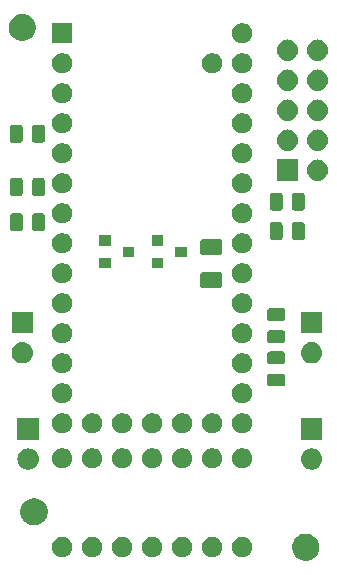
<source format=gbs>
G04 #@! TF.GenerationSoftware,KiCad,Pcbnew,(5.1.0-0)*
G04 #@! TF.CreationDate,2019-10-12T10:13:56-07:00*
G04 #@! TF.ProjectId,BB-Mainboard-0,42422d4d-6169-46e6-926f-6172642d302e,rev?*
G04 #@! TF.SameCoordinates,Original*
G04 #@! TF.FileFunction,Soldermask,Bot*
G04 #@! TF.FilePolarity,Negative*
%FSLAX46Y46*%
G04 Gerber Fmt 4.6, Leading zero omitted, Abs format (unit mm)*
G04 Created by KiCad (PCBNEW (5.1.0-0)) date 2019-10-12 10:13:56*
%MOMM*%
%LPD*%
G04 APERTURE LIST*
%ADD10C,0.100000*%
G04 APERTURE END LIST*
D10*
G36*
X133335675Y-76893424D02*
G01*
X133422425Y-76929357D01*
X133545108Y-76980174D01*
X133733592Y-77106115D01*
X133893885Y-77266408D01*
X134019826Y-77454892D01*
X134070643Y-77577575D01*
X134106576Y-77664325D01*
X134150800Y-77886655D01*
X134150800Y-78113345D01*
X134106576Y-78335675D01*
X134078687Y-78403005D01*
X134019826Y-78545108D01*
X133893885Y-78733592D01*
X133733592Y-78893885D01*
X133545108Y-79019826D01*
X133422425Y-79070643D01*
X133335675Y-79106576D01*
X133113345Y-79150800D01*
X132886655Y-79150800D01*
X132664325Y-79106576D01*
X132577575Y-79070643D01*
X132454892Y-79019826D01*
X132266408Y-78893885D01*
X132106115Y-78733592D01*
X131980174Y-78545108D01*
X131921313Y-78403005D01*
X131893424Y-78335675D01*
X131849200Y-78113345D01*
X131849200Y-77886655D01*
X131893424Y-77664325D01*
X131929357Y-77577575D01*
X131980174Y-77454892D01*
X132106115Y-77266408D01*
X132266408Y-77106115D01*
X132454892Y-76980174D01*
X132577575Y-76929357D01*
X132664325Y-76893424D01*
X132886655Y-76849200D01*
X133113345Y-76849200D01*
X133335675Y-76893424D01*
X133335675Y-76893424D01*
G37*
G36*
X127868169Y-77181895D02*
G01*
X128023005Y-77246031D01*
X128162354Y-77339140D01*
X128280860Y-77457646D01*
X128373969Y-77596995D01*
X128438105Y-77751831D01*
X128470800Y-77916203D01*
X128470800Y-78083797D01*
X128438105Y-78248169D01*
X128373969Y-78403005D01*
X128280860Y-78542354D01*
X128162354Y-78660860D01*
X128023005Y-78753969D01*
X127868169Y-78818105D01*
X127703797Y-78850800D01*
X127536203Y-78850800D01*
X127371831Y-78818105D01*
X127216995Y-78753969D01*
X127077646Y-78660860D01*
X126959140Y-78542354D01*
X126866031Y-78403005D01*
X126801895Y-78248169D01*
X126769200Y-78083797D01*
X126769200Y-77916203D01*
X126801895Y-77751831D01*
X126866031Y-77596995D01*
X126959140Y-77457646D01*
X127077646Y-77339140D01*
X127216995Y-77246031D01*
X127371831Y-77181895D01*
X127536203Y-77149200D01*
X127703797Y-77149200D01*
X127868169Y-77181895D01*
X127868169Y-77181895D01*
G37*
G36*
X125328169Y-77181895D02*
G01*
X125483005Y-77246031D01*
X125622354Y-77339140D01*
X125740860Y-77457646D01*
X125833969Y-77596995D01*
X125898105Y-77751831D01*
X125930800Y-77916203D01*
X125930800Y-78083797D01*
X125898105Y-78248169D01*
X125833969Y-78403005D01*
X125740860Y-78542354D01*
X125622354Y-78660860D01*
X125483005Y-78753969D01*
X125328169Y-78818105D01*
X125163797Y-78850800D01*
X124996203Y-78850800D01*
X124831831Y-78818105D01*
X124676995Y-78753969D01*
X124537646Y-78660860D01*
X124419140Y-78542354D01*
X124326031Y-78403005D01*
X124261895Y-78248169D01*
X124229200Y-78083797D01*
X124229200Y-77916203D01*
X124261895Y-77751831D01*
X124326031Y-77596995D01*
X124419140Y-77457646D01*
X124537646Y-77339140D01*
X124676995Y-77246031D01*
X124831831Y-77181895D01*
X124996203Y-77149200D01*
X125163797Y-77149200D01*
X125328169Y-77181895D01*
X125328169Y-77181895D01*
G37*
G36*
X122788169Y-77181895D02*
G01*
X122943005Y-77246031D01*
X123082354Y-77339140D01*
X123200860Y-77457646D01*
X123293969Y-77596995D01*
X123358105Y-77751831D01*
X123390800Y-77916203D01*
X123390800Y-78083797D01*
X123358105Y-78248169D01*
X123293969Y-78403005D01*
X123200860Y-78542354D01*
X123082354Y-78660860D01*
X122943005Y-78753969D01*
X122788169Y-78818105D01*
X122623797Y-78850800D01*
X122456203Y-78850800D01*
X122291831Y-78818105D01*
X122136995Y-78753969D01*
X121997646Y-78660860D01*
X121879140Y-78542354D01*
X121786031Y-78403005D01*
X121721895Y-78248169D01*
X121689200Y-78083797D01*
X121689200Y-77916203D01*
X121721895Y-77751831D01*
X121786031Y-77596995D01*
X121879140Y-77457646D01*
X121997646Y-77339140D01*
X122136995Y-77246031D01*
X122291831Y-77181895D01*
X122456203Y-77149200D01*
X122623797Y-77149200D01*
X122788169Y-77181895D01*
X122788169Y-77181895D01*
G37*
G36*
X120248169Y-77181895D02*
G01*
X120403005Y-77246031D01*
X120542354Y-77339140D01*
X120660860Y-77457646D01*
X120753969Y-77596995D01*
X120818105Y-77751831D01*
X120850800Y-77916203D01*
X120850800Y-78083797D01*
X120818105Y-78248169D01*
X120753969Y-78403005D01*
X120660860Y-78542354D01*
X120542354Y-78660860D01*
X120403005Y-78753969D01*
X120248169Y-78818105D01*
X120083797Y-78850800D01*
X119916203Y-78850800D01*
X119751831Y-78818105D01*
X119596995Y-78753969D01*
X119457646Y-78660860D01*
X119339140Y-78542354D01*
X119246031Y-78403005D01*
X119181895Y-78248169D01*
X119149200Y-78083797D01*
X119149200Y-77916203D01*
X119181895Y-77751831D01*
X119246031Y-77596995D01*
X119339140Y-77457646D01*
X119457646Y-77339140D01*
X119596995Y-77246031D01*
X119751831Y-77181895D01*
X119916203Y-77149200D01*
X120083797Y-77149200D01*
X120248169Y-77181895D01*
X120248169Y-77181895D01*
G37*
G36*
X117708169Y-77181895D02*
G01*
X117863005Y-77246031D01*
X118002354Y-77339140D01*
X118120860Y-77457646D01*
X118213969Y-77596995D01*
X118278105Y-77751831D01*
X118310800Y-77916203D01*
X118310800Y-78083797D01*
X118278105Y-78248169D01*
X118213969Y-78403005D01*
X118120860Y-78542354D01*
X118002354Y-78660860D01*
X117863005Y-78753969D01*
X117708169Y-78818105D01*
X117543797Y-78850800D01*
X117376203Y-78850800D01*
X117211831Y-78818105D01*
X117056995Y-78753969D01*
X116917646Y-78660860D01*
X116799140Y-78542354D01*
X116706031Y-78403005D01*
X116641895Y-78248169D01*
X116609200Y-78083797D01*
X116609200Y-77916203D01*
X116641895Y-77751831D01*
X116706031Y-77596995D01*
X116799140Y-77457646D01*
X116917646Y-77339140D01*
X117056995Y-77246031D01*
X117211831Y-77181895D01*
X117376203Y-77149200D01*
X117543797Y-77149200D01*
X117708169Y-77181895D01*
X117708169Y-77181895D01*
G37*
G36*
X115168169Y-77181895D02*
G01*
X115323005Y-77246031D01*
X115462354Y-77339140D01*
X115580860Y-77457646D01*
X115673969Y-77596995D01*
X115738105Y-77751831D01*
X115770800Y-77916203D01*
X115770800Y-78083797D01*
X115738105Y-78248169D01*
X115673969Y-78403005D01*
X115580860Y-78542354D01*
X115462354Y-78660860D01*
X115323005Y-78753969D01*
X115168169Y-78818105D01*
X115003797Y-78850800D01*
X114836203Y-78850800D01*
X114671831Y-78818105D01*
X114516995Y-78753969D01*
X114377646Y-78660860D01*
X114259140Y-78542354D01*
X114166031Y-78403005D01*
X114101895Y-78248169D01*
X114069200Y-78083797D01*
X114069200Y-77916203D01*
X114101895Y-77751831D01*
X114166031Y-77596995D01*
X114259140Y-77457646D01*
X114377646Y-77339140D01*
X114516995Y-77246031D01*
X114671831Y-77181895D01*
X114836203Y-77149200D01*
X115003797Y-77149200D01*
X115168169Y-77181895D01*
X115168169Y-77181895D01*
G37*
G36*
X112628169Y-77181895D02*
G01*
X112783005Y-77246031D01*
X112922354Y-77339140D01*
X113040860Y-77457646D01*
X113133969Y-77596995D01*
X113198105Y-77751831D01*
X113230800Y-77916203D01*
X113230800Y-78083797D01*
X113198105Y-78248169D01*
X113133969Y-78403005D01*
X113040860Y-78542354D01*
X112922354Y-78660860D01*
X112783005Y-78753969D01*
X112628169Y-78818105D01*
X112463797Y-78850800D01*
X112296203Y-78850800D01*
X112131831Y-78818105D01*
X111976995Y-78753969D01*
X111837646Y-78660860D01*
X111719140Y-78542354D01*
X111626031Y-78403005D01*
X111561895Y-78248169D01*
X111529200Y-78083797D01*
X111529200Y-77916203D01*
X111561895Y-77751831D01*
X111626031Y-77596995D01*
X111719140Y-77457646D01*
X111837646Y-77339140D01*
X111976995Y-77246031D01*
X112131831Y-77181895D01*
X112296203Y-77149200D01*
X112463797Y-77149200D01*
X112628169Y-77181895D01*
X112628169Y-77181895D01*
G37*
G36*
X110335675Y-73893424D02*
G01*
X110422425Y-73929357D01*
X110545108Y-73980174D01*
X110733592Y-74106115D01*
X110893885Y-74266408D01*
X111019826Y-74454892D01*
X111070643Y-74577575D01*
X111106576Y-74664325D01*
X111150800Y-74886655D01*
X111150800Y-75113345D01*
X111106576Y-75335675D01*
X111070643Y-75422425D01*
X111019826Y-75545108D01*
X110893885Y-75733592D01*
X110733592Y-75893885D01*
X110545108Y-76019826D01*
X110422425Y-76070643D01*
X110335675Y-76106576D01*
X110113345Y-76150800D01*
X109886655Y-76150800D01*
X109664325Y-76106576D01*
X109577575Y-76070643D01*
X109454892Y-76019826D01*
X109266408Y-75893885D01*
X109106115Y-75733592D01*
X108980174Y-75545108D01*
X108929357Y-75422425D01*
X108893424Y-75335675D01*
X108849200Y-75113345D01*
X108849200Y-74886655D01*
X108893424Y-74664325D01*
X108929357Y-74577575D01*
X108980174Y-74454892D01*
X109106115Y-74266408D01*
X109266408Y-74106115D01*
X109454892Y-73980174D01*
X109577575Y-73929357D01*
X109664325Y-73893424D01*
X109886655Y-73849200D01*
X110113345Y-73849200D01*
X110335675Y-73893424D01*
X110335675Y-73893424D01*
G37*
G36*
X133588362Y-69643545D02*
G01*
X133676588Y-69652234D01*
X133846389Y-69703743D01*
X133846392Y-69703744D01*
X134002878Y-69787388D01*
X134140044Y-69899956D01*
X134252612Y-70037122D01*
X134336256Y-70193608D01*
X134336257Y-70193611D01*
X134387766Y-70363412D01*
X134405158Y-70540000D01*
X134387766Y-70716588D01*
X134336257Y-70886389D01*
X134336256Y-70886392D01*
X134252612Y-71042878D01*
X134140044Y-71180044D01*
X134002878Y-71292612D01*
X133846392Y-71376256D01*
X133846389Y-71376257D01*
X133676588Y-71427766D01*
X133588362Y-71436455D01*
X133544250Y-71440800D01*
X133455750Y-71440800D01*
X133411638Y-71436455D01*
X133323412Y-71427766D01*
X133153611Y-71376257D01*
X133153608Y-71376256D01*
X132997122Y-71292612D01*
X132859956Y-71180044D01*
X132747388Y-71042878D01*
X132663744Y-70886392D01*
X132663743Y-70886389D01*
X132612234Y-70716588D01*
X132594842Y-70540000D01*
X132612234Y-70363412D01*
X132663743Y-70193611D01*
X132663744Y-70193608D01*
X132747388Y-70037122D01*
X132859956Y-69899956D01*
X132997122Y-69787388D01*
X133153608Y-69703744D01*
X133153611Y-69703743D01*
X133323412Y-69652234D01*
X133411638Y-69643545D01*
X133455750Y-69639200D01*
X133544250Y-69639200D01*
X133588362Y-69643545D01*
X133588362Y-69643545D01*
G37*
G36*
X109588362Y-69643545D02*
G01*
X109676588Y-69652234D01*
X109846389Y-69703743D01*
X109846392Y-69703744D01*
X110002878Y-69787388D01*
X110140044Y-69899956D01*
X110252612Y-70037122D01*
X110336256Y-70193608D01*
X110336257Y-70193611D01*
X110387766Y-70363412D01*
X110405158Y-70540000D01*
X110387766Y-70716588D01*
X110336257Y-70886389D01*
X110336256Y-70886392D01*
X110252612Y-71042878D01*
X110140044Y-71180044D01*
X110002878Y-71292612D01*
X109846392Y-71376256D01*
X109846389Y-71376257D01*
X109676588Y-71427766D01*
X109588362Y-71436455D01*
X109544250Y-71440800D01*
X109455750Y-71440800D01*
X109411638Y-71436455D01*
X109323412Y-71427766D01*
X109153611Y-71376257D01*
X109153608Y-71376256D01*
X108997122Y-71292612D01*
X108859956Y-71180044D01*
X108747388Y-71042878D01*
X108663744Y-70886392D01*
X108663743Y-70886389D01*
X108612234Y-70716588D01*
X108594842Y-70540000D01*
X108612234Y-70363412D01*
X108663743Y-70193611D01*
X108663744Y-70193608D01*
X108747388Y-70037122D01*
X108859956Y-69899956D01*
X108997122Y-69787388D01*
X109153608Y-69703744D01*
X109153611Y-69703743D01*
X109323412Y-69652234D01*
X109411638Y-69643545D01*
X109455750Y-69639200D01*
X109544250Y-69639200D01*
X109588362Y-69643545D01*
X109588362Y-69643545D01*
G37*
G36*
X127868169Y-69661895D02*
G01*
X128023005Y-69726031D01*
X128162354Y-69819140D01*
X128280860Y-69937646D01*
X128373969Y-70076995D01*
X128438105Y-70231831D01*
X128470800Y-70396203D01*
X128470800Y-70563797D01*
X128438105Y-70728169D01*
X128373969Y-70883005D01*
X128280860Y-71022354D01*
X128162354Y-71140860D01*
X128023005Y-71233969D01*
X127868169Y-71298105D01*
X127703797Y-71330800D01*
X127536203Y-71330800D01*
X127371831Y-71298105D01*
X127216995Y-71233969D01*
X127077646Y-71140860D01*
X126959140Y-71022354D01*
X126866031Y-70883005D01*
X126801895Y-70728169D01*
X126769200Y-70563797D01*
X126769200Y-70396203D01*
X126801895Y-70231831D01*
X126866031Y-70076995D01*
X126959140Y-69937646D01*
X127077646Y-69819140D01*
X127216995Y-69726031D01*
X127371831Y-69661895D01*
X127536203Y-69629200D01*
X127703797Y-69629200D01*
X127868169Y-69661895D01*
X127868169Y-69661895D01*
G37*
G36*
X115168169Y-69661895D02*
G01*
X115323005Y-69726031D01*
X115462354Y-69819140D01*
X115580860Y-69937646D01*
X115673969Y-70076995D01*
X115738105Y-70231831D01*
X115770800Y-70396203D01*
X115770800Y-70563797D01*
X115738105Y-70728169D01*
X115673969Y-70883005D01*
X115580860Y-71022354D01*
X115462354Y-71140860D01*
X115323005Y-71233969D01*
X115168169Y-71298105D01*
X115003797Y-71330800D01*
X114836203Y-71330800D01*
X114671831Y-71298105D01*
X114516995Y-71233969D01*
X114377646Y-71140860D01*
X114259140Y-71022354D01*
X114166031Y-70883005D01*
X114101895Y-70728169D01*
X114069200Y-70563797D01*
X114069200Y-70396203D01*
X114101895Y-70231831D01*
X114166031Y-70076995D01*
X114259140Y-69937646D01*
X114377646Y-69819140D01*
X114516995Y-69726031D01*
X114671831Y-69661895D01*
X114836203Y-69629200D01*
X115003797Y-69629200D01*
X115168169Y-69661895D01*
X115168169Y-69661895D01*
G37*
G36*
X125328169Y-69661895D02*
G01*
X125483005Y-69726031D01*
X125622354Y-69819140D01*
X125740860Y-69937646D01*
X125833969Y-70076995D01*
X125898105Y-70231831D01*
X125930800Y-70396203D01*
X125930800Y-70563797D01*
X125898105Y-70728169D01*
X125833969Y-70883005D01*
X125740860Y-71022354D01*
X125622354Y-71140860D01*
X125483005Y-71233969D01*
X125328169Y-71298105D01*
X125163797Y-71330800D01*
X124996203Y-71330800D01*
X124831831Y-71298105D01*
X124676995Y-71233969D01*
X124537646Y-71140860D01*
X124419140Y-71022354D01*
X124326031Y-70883005D01*
X124261895Y-70728169D01*
X124229200Y-70563797D01*
X124229200Y-70396203D01*
X124261895Y-70231831D01*
X124326031Y-70076995D01*
X124419140Y-69937646D01*
X124537646Y-69819140D01*
X124676995Y-69726031D01*
X124831831Y-69661895D01*
X124996203Y-69629200D01*
X125163797Y-69629200D01*
X125328169Y-69661895D01*
X125328169Y-69661895D01*
G37*
G36*
X122788169Y-69661895D02*
G01*
X122943005Y-69726031D01*
X123082354Y-69819140D01*
X123200860Y-69937646D01*
X123293969Y-70076995D01*
X123358105Y-70231831D01*
X123390800Y-70396203D01*
X123390800Y-70563797D01*
X123358105Y-70728169D01*
X123293969Y-70883005D01*
X123200860Y-71022354D01*
X123082354Y-71140860D01*
X122943005Y-71233969D01*
X122788169Y-71298105D01*
X122623797Y-71330800D01*
X122456203Y-71330800D01*
X122291831Y-71298105D01*
X122136995Y-71233969D01*
X121997646Y-71140860D01*
X121879140Y-71022354D01*
X121786031Y-70883005D01*
X121721895Y-70728169D01*
X121689200Y-70563797D01*
X121689200Y-70396203D01*
X121721895Y-70231831D01*
X121786031Y-70076995D01*
X121879140Y-69937646D01*
X121997646Y-69819140D01*
X122136995Y-69726031D01*
X122291831Y-69661895D01*
X122456203Y-69629200D01*
X122623797Y-69629200D01*
X122788169Y-69661895D01*
X122788169Y-69661895D01*
G37*
G36*
X120248169Y-69661895D02*
G01*
X120403005Y-69726031D01*
X120542354Y-69819140D01*
X120660860Y-69937646D01*
X120753969Y-70076995D01*
X120818105Y-70231831D01*
X120850800Y-70396203D01*
X120850800Y-70563797D01*
X120818105Y-70728169D01*
X120753969Y-70883005D01*
X120660860Y-71022354D01*
X120542354Y-71140860D01*
X120403005Y-71233969D01*
X120248169Y-71298105D01*
X120083797Y-71330800D01*
X119916203Y-71330800D01*
X119751831Y-71298105D01*
X119596995Y-71233969D01*
X119457646Y-71140860D01*
X119339140Y-71022354D01*
X119246031Y-70883005D01*
X119181895Y-70728169D01*
X119149200Y-70563797D01*
X119149200Y-70396203D01*
X119181895Y-70231831D01*
X119246031Y-70076995D01*
X119339140Y-69937646D01*
X119457646Y-69819140D01*
X119596995Y-69726031D01*
X119751831Y-69661895D01*
X119916203Y-69629200D01*
X120083797Y-69629200D01*
X120248169Y-69661895D01*
X120248169Y-69661895D01*
G37*
G36*
X117708169Y-69661895D02*
G01*
X117863005Y-69726031D01*
X118002354Y-69819140D01*
X118120860Y-69937646D01*
X118213969Y-70076995D01*
X118278105Y-70231831D01*
X118310800Y-70396203D01*
X118310800Y-70563797D01*
X118278105Y-70728169D01*
X118213969Y-70883005D01*
X118120860Y-71022354D01*
X118002354Y-71140860D01*
X117863005Y-71233969D01*
X117708169Y-71298105D01*
X117543797Y-71330800D01*
X117376203Y-71330800D01*
X117211831Y-71298105D01*
X117056995Y-71233969D01*
X116917646Y-71140860D01*
X116799140Y-71022354D01*
X116706031Y-70883005D01*
X116641895Y-70728169D01*
X116609200Y-70563797D01*
X116609200Y-70396203D01*
X116641895Y-70231831D01*
X116706031Y-70076995D01*
X116799140Y-69937646D01*
X116917646Y-69819140D01*
X117056995Y-69726031D01*
X117211831Y-69661895D01*
X117376203Y-69629200D01*
X117543797Y-69629200D01*
X117708169Y-69661895D01*
X117708169Y-69661895D01*
G37*
G36*
X112628169Y-69661895D02*
G01*
X112783005Y-69726031D01*
X112922354Y-69819140D01*
X113040860Y-69937646D01*
X113133969Y-70076995D01*
X113198105Y-70231831D01*
X113230800Y-70396203D01*
X113230800Y-70563797D01*
X113198105Y-70728169D01*
X113133969Y-70883005D01*
X113040860Y-71022354D01*
X112922354Y-71140860D01*
X112783005Y-71233969D01*
X112628169Y-71298105D01*
X112463797Y-71330800D01*
X112296203Y-71330800D01*
X112131831Y-71298105D01*
X111976995Y-71233969D01*
X111837646Y-71140860D01*
X111719140Y-71022354D01*
X111626031Y-70883005D01*
X111561895Y-70728169D01*
X111529200Y-70563797D01*
X111529200Y-70396203D01*
X111561895Y-70231831D01*
X111626031Y-70076995D01*
X111719140Y-69937646D01*
X111837646Y-69819140D01*
X111976995Y-69726031D01*
X112131831Y-69661895D01*
X112296203Y-69629200D01*
X112463797Y-69629200D01*
X112628169Y-69661895D01*
X112628169Y-69661895D01*
G37*
G36*
X110400800Y-68900800D02*
G01*
X108599200Y-68900800D01*
X108599200Y-67099200D01*
X110400800Y-67099200D01*
X110400800Y-68900800D01*
X110400800Y-68900800D01*
G37*
G36*
X134400800Y-68900800D02*
G01*
X132599200Y-68900800D01*
X132599200Y-67099200D01*
X134400800Y-67099200D01*
X134400800Y-68900800D01*
X134400800Y-68900800D01*
G37*
G36*
X120248169Y-66691895D02*
G01*
X120403005Y-66756031D01*
X120542354Y-66849140D01*
X120660860Y-66967646D01*
X120753969Y-67106995D01*
X120818105Y-67261831D01*
X120850800Y-67426203D01*
X120850800Y-67593797D01*
X120818105Y-67758169D01*
X120753969Y-67913005D01*
X120660860Y-68052354D01*
X120542354Y-68170860D01*
X120403005Y-68263969D01*
X120248169Y-68328105D01*
X120083797Y-68360800D01*
X119916203Y-68360800D01*
X119751831Y-68328105D01*
X119596995Y-68263969D01*
X119457646Y-68170860D01*
X119339140Y-68052354D01*
X119246031Y-67913005D01*
X119181895Y-67758169D01*
X119149200Y-67593797D01*
X119149200Y-67426203D01*
X119181895Y-67261831D01*
X119246031Y-67106995D01*
X119339140Y-66967646D01*
X119457646Y-66849140D01*
X119596995Y-66756031D01*
X119751831Y-66691895D01*
X119916203Y-66659200D01*
X120083797Y-66659200D01*
X120248169Y-66691895D01*
X120248169Y-66691895D01*
G37*
G36*
X122788169Y-66691895D02*
G01*
X122943005Y-66756031D01*
X123082354Y-66849140D01*
X123200860Y-66967646D01*
X123293969Y-67106995D01*
X123358105Y-67261831D01*
X123390800Y-67426203D01*
X123390800Y-67593797D01*
X123358105Y-67758169D01*
X123293969Y-67913005D01*
X123200860Y-68052354D01*
X123082354Y-68170860D01*
X122943005Y-68263969D01*
X122788169Y-68328105D01*
X122623797Y-68360800D01*
X122456203Y-68360800D01*
X122291831Y-68328105D01*
X122136995Y-68263969D01*
X121997646Y-68170860D01*
X121879140Y-68052354D01*
X121786031Y-67913005D01*
X121721895Y-67758169D01*
X121689200Y-67593797D01*
X121689200Y-67426203D01*
X121721895Y-67261831D01*
X121786031Y-67106995D01*
X121879140Y-66967646D01*
X121997646Y-66849140D01*
X122136995Y-66756031D01*
X122291831Y-66691895D01*
X122456203Y-66659200D01*
X122623797Y-66659200D01*
X122788169Y-66691895D01*
X122788169Y-66691895D01*
G37*
G36*
X125328169Y-66691895D02*
G01*
X125483005Y-66756031D01*
X125622354Y-66849140D01*
X125740860Y-66967646D01*
X125833969Y-67106995D01*
X125898105Y-67261831D01*
X125930800Y-67426203D01*
X125930800Y-67593797D01*
X125898105Y-67758169D01*
X125833969Y-67913005D01*
X125740860Y-68052354D01*
X125622354Y-68170860D01*
X125483005Y-68263969D01*
X125328169Y-68328105D01*
X125163797Y-68360800D01*
X124996203Y-68360800D01*
X124831831Y-68328105D01*
X124676995Y-68263969D01*
X124537646Y-68170860D01*
X124419140Y-68052354D01*
X124326031Y-67913005D01*
X124261895Y-67758169D01*
X124229200Y-67593797D01*
X124229200Y-67426203D01*
X124261895Y-67261831D01*
X124326031Y-67106995D01*
X124419140Y-66967646D01*
X124537646Y-66849140D01*
X124676995Y-66756031D01*
X124831831Y-66691895D01*
X124996203Y-66659200D01*
X125163797Y-66659200D01*
X125328169Y-66691895D01*
X125328169Y-66691895D01*
G37*
G36*
X117708169Y-66691895D02*
G01*
X117863005Y-66756031D01*
X118002354Y-66849140D01*
X118120860Y-66967646D01*
X118213969Y-67106995D01*
X118278105Y-67261831D01*
X118310800Y-67426203D01*
X118310800Y-67593797D01*
X118278105Y-67758169D01*
X118213969Y-67913005D01*
X118120860Y-68052354D01*
X118002354Y-68170860D01*
X117863005Y-68263969D01*
X117708169Y-68328105D01*
X117543797Y-68360800D01*
X117376203Y-68360800D01*
X117211831Y-68328105D01*
X117056995Y-68263969D01*
X116917646Y-68170860D01*
X116799140Y-68052354D01*
X116706031Y-67913005D01*
X116641895Y-67758169D01*
X116609200Y-67593797D01*
X116609200Y-67426203D01*
X116641895Y-67261831D01*
X116706031Y-67106995D01*
X116799140Y-66967646D01*
X116917646Y-66849140D01*
X117056995Y-66756031D01*
X117211831Y-66691895D01*
X117376203Y-66659200D01*
X117543797Y-66659200D01*
X117708169Y-66691895D01*
X117708169Y-66691895D01*
G37*
G36*
X115168169Y-66691895D02*
G01*
X115323005Y-66756031D01*
X115462354Y-66849140D01*
X115580860Y-66967646D01*
X115673969Y-67106995D01*
X115738105Y-67261831D01*
X115770800Y-67426203D01*
X115770800Y-67593797D01*
X115738105Y-67758169D01*
X115673969Y-67913005D01*
X115580860Y-68052354D01*
X115462354Y-68170860D01*
X115323005Y-68263969D01*
X115168169Y-68328105D01*
X115003797Y-68360800D01*
X114836203Y-68360800D01*
X114671831Y-68328105D01*
X114516995Y-68263969D01*
X114377646Y-68170860D01*
X114259140Y-68052354D01*
X114166031Y-67913005D01*
X114101895Y-67758169D01*
X114069200Y-67593797D01*
X114069200Y-67426203D01*
X114101895Y-67261831D01*
X114166031Y-67106995D01*
X114259140Y-66967646D01*
X114377646Y-66849140D01*
X114516995Y-66756031D01*
X114671831Y-66691895D01*
X114836203Y-66659200D01*
X115003797Y-66659200D01*
X115168169Y-66691895D01*
X115168169Y-66691895D01*
G37*
G36*
X112628169Y-66691895D02*
G01*
X112783005Y-66756031D01*
X112922354Y-66849140D01*
X113040860Y-66967646D01*
X113133969Y-67106995D01*
X113198105Y-67261831D01*
X113230800Y-67426203D01*
X113230800Y-67593797D01*
X113198105Y-67758169D01*
X113133969Y-67913005D01*
X113040860Y-68052354D01*
X112922354Y-68170860D01*
X112783005Y-68263969D01*
X112628169Y-68328105D01*
X112463797Y-68360800D01*
X112296203Y-68360800D01*
X112131831Y-68328105D01*
X111976995Y-68263969D01*
X111837646Y-68170860D01*
X111719140Y-68052354D01*
X111626031Y-67913005D01*
X111561895Y-67758169D01*
X111529200Y-67593797D01*
X111529200Y-67426203D01*
X111561895Y-67261831D01*
X111626031Y-67106995D01*
X111719140Y-66967646D01*
X111837646Y-66849140D01*
X111976995Y-66756031D01*
X112131831Y-66691895D01*
X112296203Y-66659200D01*
X112463797Y-66659200D01*
X112628169Y-66691895D01*
X112628169Y-66691895D01*
G37*
G36*
X127868169Y-66691895D02*
G01*
X128023005Y-66756031D01*
X128162354Y-66849140D01*
X128280860Y-66967646D01*
X128373969Y-67106995D01*
X128438105Y-67261831D01*
X128470800Y-67426203D01*
X128470800Y-67593797D01*
X128438105Y-67758169D01*
X128373969Y-67913005D01*
X128280860Y-68052354D01*
X128162354Y-68170860D01*
X128023005Y-68263969D01*
X127868169Y-68328105D01*
X127703797Y-68360800D01*
X127536203Y-68360800D01*
X127371831Y-68328105D01*
X127216995Y-68263969D01*
X127077646Y-68170860D01*
X126959140Y-68052354D01*
X126866031Y-67913005D01*
X126801895Y-67758169D01*
X126769200Y-67593797D01*
X126769200Y-67426203D01*
X126801895Y-67261831D01*
X126866031Y-67106995D01*
X126959140Y-66967646D01*
X127077646Y-66849140D01*
X127216995Y-66756031D01*
X127371831Y-66691895D01*
X127536203Y-66659200D01*
X127703797Y-66659200D01*
X127868169Y-66691895D01*
X127868169Y-66691895D01*
G37*
G36*
X127868169Y-64151895D02*
G01*
X128023005Y-64216031D01*
X128162354Y-64309140D01*
X128280860Y-64427646D01*
X128373969Y-64566995D01*
X128438105Y-64721831D01*
X128470800Y-64886203D01*
X128470800Y-65053797D01*
X128438105Y-65218169D01*
X128373969Y-65373005D01*
X128280860Y-65512354D01*
X128162354Y-65630860D01*
X128023005Y-65723969D01*
X127868169Y-65788105D01*
X127703797Y-65820800D01*
X127536203Y-65820800D01*
X127371831Y-65788105D01*
X127216995Y-65723969D01*
X127077646Y-65630860D01*
X126959140Y-65512354D01*
X126866031Y-65373005D01*
X126801895Y-65218169D01*
X126769200Y-65053797D01*
X126769200Y-64886203D01*
X126801895Y-64721831D01*
X126866031Y-64566995D01*
X126959140Y-64427646D01*
X127077646Y-64309140D01*
X127216995Y-64216031D01*
X127371831Y-64151895D01*
X127536203Y-64119200D01*
X127703797Y-64119200D01*
X127868169Y-64151895D01*
X127868169Y-64151895D01*
G37*
G36*
X112628169Y-64151895D02*
G01*
X112783005Y-64216031D01*
X112922354Y-64309140D01*
X113040860Y-64427646D01*
X113133969Y-64566995D01*
X113198105Y-64721831D01*
X113230800Y-64886203D01*
X113230800Y-65053797D01*
X113198105Y-65218169D01*
X113133969Y-65373005D01*
X113040860Y-65512354D01*
X112922354Y-65630860D01*
X112783005Y-65723969D01*
X112628169Y-65788105D01*
X112463797Y-65820800D01*
X112296203Y-65820800D01*
X112131831Y-65788105D01*
X111976995Y-65723969D01*
X111837646Y-65630860D01*
X111719140Y-65512354D01*
X111626031Y-65373005D01*
X111561895Y-65218169D01*
X111529200Y-65053797D01*
X111529200Y-64886203D01*
X111561895Y-64721831D01*
X111626031Y-64566995D01*
X111719140Y-64427646D01*
X111837646Y-64309140D01*
X111976995Y-64216031D01*
X112131831Y-64151895D01*
X112296203Y-64119200D01*
X112463797Y-64119200D01*
X112628169Y-64151895D01*
X112628169Y-64151895D01*
G37*
G36*
X131084348Y-63316677D02*
G01*
X131123000Y-63328402D01*
X131158623Y-63347443D01*
X131189846Y-63373067D01*
X131215470Y-63404290D01*
X131234511Y-63439913D01*
X131246236Y-63478565D01*
X131250800Y-63524904D01*
X131250800Y-64175922D01*
X131246236Y-64222261D01*
X131234511Y-64260913D01*
X131215470Y-64296536D01*
X131189846Y-64327759D01*
X131158623Y-64353383D01*
X131123000Y-64372424D01*
X131084348Y-64384149D01*
X131038009Y-64388713D01*
X129961991Y-64388713D01*
X129915652Y-64384149D01*
X129877000Y-64372424D01*
X129841377Y-64353383D01*
X129810154Y-64327759D01*
X129784530Y-64296536D01*
X129765489Y-64260913D01*
X129753764Y-64222261D01*
X129749200Y-64175922D01*
X129749200Y-63524904D01*
X129753764Y-63478565D01*
X129765489Y-63439913D01*
X129784530Y-63404290D01*
X129810154Y-63373067D01*
X129841377Y-63347443D01*
X129877000Y-63328402D01*
X129915652Y-63316677D01*
X129961991Y-63312113D01*
X131038009Y-63312113D01*
X131084348Y-63316677D01*
X131084348Y-63316677D01*
G37*
G36*
X127868169Y-61611895D02*
G01*
X128023005Y-61676031D01*
X128162354Y-61769140D01*
X128280860Y-61887646D01*
X128373969Y-62026995D01*
X128438105Y-62181831D01*
X128470800Y-62346203D01*
X128470800Y-62513797D01*
X128438105Y-62678169D01*
X128373969Y-62833005D01*
X128280860Y-62972354D01*
X128162354Y-63090860D01*
X128023005Y-63183969D01*
X127868169Y-63248105D01*
X127703797Y-63280800D01*
X127536203Y-63280800D01*
X127371831Y-63248105D01*
X127216995Y-63183969D01*
X127077646Y-63090860D01*
X126959140Y-62972354D01*
X126866031Y-62833005D01*
X126801895Y-62678169D01*
X126769200Y-62513797D01*
X126769200Y-62346203D01*
X126801895Y-62181831D01*
X126866031Y-62026995D01*
X126959140Y-61887646D01*
X127077646Y-61769140D01*
X127216995Y-61676031D01*
X127371831Y-61611895D01*
X127536203Y-61579200D01*
X127703797Y-61579200D01*
X127868169Y-61611895D01*
X127868169Y-61611895D01*
G37*
G36*
X112628169Y-61611895D02*
G01*
X112783005Y-61676031D01*
X112922354Y-61769140D01*
X113040860Y-61887646D01*
X113133969Y-62026995D01*
X113198105Y-62181831D01*
X113230800Y-62346203D01*
X113230800Y-62513797D01*
X113198105Y-62678169D01*
X113133969Y-62833005D01*
X113040860Y-62972354D01*
X112922354Y-63090860D01*
X112783005Y-63183969D01*
X112628169Y-63248105D01*
X112463797Y-63280800D01*
X112296203Y-63280800D01*
X112131831Y-63248105D01*
X111976995Y-63183969D01*
X111837646Y-63090860D01*
X111719140Y-62972354D01*
X111626031Y-62833005D01*
X111561895Y-62678169D01*
X111529200Y-62513797D01*
X111529200Y-62346203D01*
X111561895Y-62181831D01*
X111626031Y-62026995D01*
X111719140Y-61887646D01*
X111837646Y-61769140D01*
X111976995Y-61676031D01*
X112131831Y-61611895D01*
X112296203Y-61579200D01*
X112463797Y-61579200D01*
X112628169Y-61611895D01*
X112628169Y-61611895D01*
G37*
G36*
X131084348Y-61441677D02*
G01*
X131123000Y-61453402D01*
X131158623Y-61472443D01*
X131189846Y-61498067D01*
X131215470Y-61529290D01*
X131234511Y-61564913D01*
X131246236Y-61603565D01*
X131250800Y-61649904D01*
X131250800Y-62300922D01*
X131246236Y-62347261D01*
X131234511Y-62385913D01*
X131215470Y-62421536D01*
X131189846Y-62452759D01*
X131158623Y-62478383D01*
X131123000Y-62497424D01*
X131084348Y-62509149D01*
X131038009Y-62513713D01*
X129961991Y-62513713D01*
X129915652Y-62509149D01*
X129877000Y-62497424D01*
X129841377Y-62478383D01*
X129810154Y-62452759D01*
X129784530Y-62421536D01*
X129765489Y-62385913D01*
X129753764Y-62347261D01*
X129749200Y-62300922D01*
X129749200Y-61649904D01*
X129753764Y-61603565D01*
X129765489Y-61564913D01*
X129784530Y-61529290D01*
X129810154Y-61498067D01*
X129841377Y-61472443D01*
X129877000Y-61453402D01*
X129915652Y-61441677D01*
X129961991Y-61437113D01*
X131038009Y-61437113D01*
X131084348Y-61441677D01*
X131084348Y-61441677D01*
G37*
G36*
X133588362Y-60643545D02*
G01*
X133676588Y-60652234D01*
X133846389Y-60703743D01*
X133846392Y-60703744D01*
X134002878Y-60787388D01*
X134140044Y-60899956D01*
X134252612Y-61037122D01*
X134336256Y-61193608D01*
X134336257Y-61193611D01*
X134387766Y-61363412D01*
X134405158Y-61540000D01*
X134387766Y-61716588D01*
X134371824Y-61769140D01*
X134336256Y-61886392D01*
X134252612Y-62042878D01*
X134140044Y-62180044D01*
X134002878Y-62292612D01*
X133846392Y-62376256D01*
X133846389Y-62376257D01*
X133676588Y-62427766D01*
X133588362Y-62436455D01*
X133544250Y-62440800D01*
X133455750Y-62440800D01*
X133411638Y-62436455D01*
X133323412Y-62427766D01*
X133153611Y-62376257D01*
X133153608Y-62376256D01*
X132997122Y-62292612D01*
X132859956Y-62180044D01*
X132747388Y-62042878D01*
X132663744Y-61886392D01*
X132628176Y-61769140D01*
X132612234Y-61716588D01*
X132594842Y-61540000D01*
X132612234Y-61363412D01*
X132663743Y-61193611D01*
X132663744Y-61193608D01*
X132747388Y-61037122D01*
X132859956Y-60899956D01*
X132997122Y-60787388D01*
X133153608Y-60703744D01*
X133153611Y-60703743D01*
X133323412Y-60652234D01*
X133411638Y-60643545D01*
X133455750Y-60639200D01*
X133544250Y-60639200D01*
X133588362Y-60643545D01*
X133588362Y-60643545D01*
G37*
G36*
X109088362Y-60643545D02*
G01*
X109176588Y-60652234D01*
X109346389Y-60703743D01*
X109346392Y-60703744D01*
X109502878Y-60787388D01*
X109640044Y-60899956D01*
X109752612Y-61037122D01*
X109836256Y-61193608D01*
X109836257Y-61193611D01*
X109887766Y-61363412D01*
X109905158Y-61540000D01*
X109887766Y-61716588D01*
X109871824Y-61769140D01*
X109836256Y-61886392D01*
X109752612Y-62042878D01*
X109640044Y-62180044D01*
X109502878Y-62292612D01*
X109346392Y-62376256D01*
X109346389Y-62376257D01*
X109176588Y-62427766D01*
X109088362Y-62436455D01*
X109044250Y-62440800D01*
X108955750Y-62440800D01*
X108911638Y-62436455D01*
X108823412Y-62427766D01*
X108653611Y-62376257D01*
X108653608Y-62376256D01*
X108497122Y-62292612D01*
X108359956Y-62180044D01*
X108247388Y-62042878D01*
X108163744Y-61886392D01*
X108128176Y-61769140D01*
X108112234Y-61716588D01*
X108094842Y-61540000D01*
X108112234Y-61363412D01*
X108163743Y-61193611D01*
X108163744Y-61193608D01*
X108247388Y-61037122D01*
X108359956Y-60899956D01*
X108497122Y-60787388D01*
X108653608Y-60703744D01*
X108653611Y-60703743D01*
X108823412Y-60652234D01*
X108911638Y-60643545D01*
X108955750Y-60639200D01*
X109044250Y-60639200D01*
X109088362Y-60643545D01*
X109088362Y-60643545D01*
G37*
G36*
X127868169Y-59071895D02*
G01*
X128023005Y-59136031D01*
X128162354Y-59229140D01*
X128280860Y-59347646D01*
X128373969Y-59486995D01*
X128438105Y-59641831D01*
X128470800Y-59806203D01*
X128470800Y-59973797D01*
X128438105Y-60138169D01*
X128373969Y-60293005D01*
X128280860Y-60432354D01*
X128162354Y-60550860D01*
X128023005Y-60643969D01*
X127868169Y-60708105D01*
X127703797Y-60740800D01*
X127536203Y-60740800D01*
X127371831Y-60708105D01*
X127216995Y-60643969D01*
X127077646Y-60550860D01*
X126959140Y-60432354D01*
X126866031Y-60293005D01*
X126801895Y-60138169D01*
X126769200Y-59973797D01*
X126769200Y-59806203D01*
X126801895Y-59641831D01*
X126866031Y-59486995D01*
X126959140Y-59347646D01*
X127077646Y-59229140D01*
X127216995Y-59136031D01*
X127371831Y-59071895D01*
X127536203Y-59039200D01*
X127703797Y-59039200D01*
X127868169Y-59071895D01*
X127868169Y-59071895D01*
G37*
G36*
X112628169Y-59071895D02*
G01*
X112783005Y-59136031D01*
X112922354Y-59229140D01*
X113040860Y-59347646D01*
X113133969Y-59486995D01*
X113198105Y-59641831D01*
X113230800Y-59806203D01*
X113230800Y-59973797D01*
X113198105Y-60138169D01*
X113133969Y-60293005D01*
X113040860Y-60432354D01*
X112922354Y-60550860D01*
X112783005Y-60643969D01*
X112628169Y-60708105D01*
X112463797Y-60740800D01*
X112296203Y-60740800D01*
X112131831Y-60708105D01*
X111976995Y-60643969D01*
X111837646Y-60550860D01*
X111719140Y-60432354D01*
X111626031Y-60293005D01*
X111561895Y-60138169D01*
X111529200Y-59973797D01*
X111529200Y-59806203D01*
X111561895Y-59641831D01*
X111626031Y-59486995D01*
X111719140Y-59347646D01*
X111837646Y-59229140D01*
X111976995Y-59136031D01*
X112131831Y-59071895D01*
X112296203Y-59039200D01*
X112463797Y-59039200D01*
X112628169Y-59071895D01*
X112628169Y-59071895D01*
G37*
G36*
X131084348Y-59653764D02*
G01*
X131123000Y-59665489D01*
X131158623Y-59684530D01*
X131189846Y-59710154D01*
X131215470Y-59741377D01*
X131234511Y-59777000D01*
X131246236Y-59815652D01*
X131250800Y-59861991D01*
X131250800Y-60513009D01*
X131246236Y-60559348D01*
X131234511Y-60598000D01*
X131215470Y-60633623D01*
X131189846Y-60664846D01*
X131158623Y-60690470D01*
X131123000Y-60709511D01*
X131084348Y-60721236D01*
X131038009Y-60725800D01*
X129961991Y-60725800D01*
X129915652Y-60721236D01*
X129877000Y-60709511D01*
X129841377Y-60690470D01*
X129810154Y-60664846D01*
X129784530Y-60633623D01*
X129765489Y-60598000D01*
X129753764Y-60559348D01*
X129749200Y-60513009D01*
X129749200Y-59861991D01*
X129753764Y-59815652D01*
X129765489Y-59777000D01*
X129784530Y-59741377D01*
X129810154Y-59710154D01*
X129841377Y-59684530D01*
X129877000Y-59665489D01*
X129915652Y-59653764D01*
X129961991Y-59649200D01*
X131038009Y-59649200D01*
X131084348Y-59653764D01*
X131084348Y-59653764D01*
G37*
G36*
X134400800Y-59900800D02*
G01*
X132599200Y-59900800D01*
X132599200Y-58099200D01*
X134400800Y-58099200D01*
X134400800Y-59900800D01*
X134400800Y-59900800D01*
G37*
G36*
X109900800Y-59900800D02*
G01*
X108099200Y-59900800D01*
X108099200Y-58099200D01*
X109900800Y-58099200D01*
X109900800Y-59900800D01*
X109900800Y-59900800D01*
G37*
G36*
X131084348Y-57778764D02*
G01*
X131123000Y-57790489D01*
X131158623Y-57809530D01*
X131189846Y-57835154D01*
X131215470Y-57866377D01*
X131234511Y-57902000D01*
X131246236Y-57940652D01*
X131250800Y-57986991D01*
X131250800Y-58638009D01*
X131246236Y-58684348D01*
X131234511Y-58723000D01*
X131215470Y-58758623D01*
X131189846Y-58789846D01*
X131158623Y-58815470D01*
X131123000Y-58834511D01*
X131084348Y-58846236D01*
X131038009Y-58850800D01*
X129961991Y-58850800D01*
X129915652Y-58846236D01*
X129877000Y-58834511D01*
X129841377Y-58815470D01*
X129810154Y-58789846D01*
X129784530Y-58758623D01*
X129765489Y-58723000D01*
X129753764Y-58684348D01*
X129749200Y-58638009D01*
X129749200Y-57986991D01*
X129753764Y-57940652D01*
X129765489Y-57902000D01*
X129784530Y-57866377D01*
X129810154Y-57835154D01*
X129841377Y-57809530D01*
X129877000Y-57790489D01*
X129915652Y-57778764D01*
X129961991Y-57774200D01*
X131038009Y-57774200D01*
X131084348Y-57778764D01*
X131084348Y-57778764D01*
G37*
G36*
X127868169Y-56531895D02*
G01*
X128023005Y-56596031D01*
X128162354Y-56689140D01*
X128280860Y-56807646D01*
X128373969Y-56946995D01*
X128438105Y-57101831D01*
X128470800Y-57266203D01*
X128470800Y-57433797D01*
X128438105Y-57598169D01*
X128373969Y-57753005D01*
X128280860Y-57892354D01*
X128162354Y-58010860D01*
X128023005Y-58103969D01*
X127868169Y-58168105D01*
X127703797Y-58200800D01*
X127536203Y-58200800D01*
X127371831Y-58168105D01*
X127216995Y-58103969D01*
X127077646Y-58010860D01*
X126959140Y-57892354D01*
X126866031Y-57753005D01*
X126801895Y-57598169D01*
X126769200Y-57433797D01*
X126769200Y-57266203D01*
X126801895Y-57101831D01*
X126866031Y-56946995D01*
X126959140Y-56807646D01*
X127077646Y-56689140D01*
X127216995Y-56596031D01*
X127371831Y-56531895D01*
X127536203Y-56499200D01*
X127703797Y-56499200D01*
X127868169Y-56531895D01*
X127868169Y-56531895D01*
G37*
G36*
X112628169Y-56531895D02*
G01*
X112783005Y-56596031D01*
X112922354Y-56689140D01*
X113040860Y-56807646D01*
X113133969Y-56946995D01*
X113198105Y-57101831D01*
X113230800Y-57266203D01*
X113230800Y-57433797D01*
X113198105Y-57598169D01*
X113133969Y-57753005D01*
X113040860Y-57892354D01*
X112922354Y-58010860D01*
X112783005Y-58103969D01*
X112628169Y-58168105D01*
X112463797Y-58200800D01*
X112296203Y-58200800D01*
X112131831Y-58168105D01*
X111976995Y-58103969D01*
X111837646Y-58010860D01*
X111719140Y-57892354D01*
X111626031Y-57753005D01*
X111561895Y-57598169D01*
X111529200Y-57433797D01*
X111529200Y-57266203D01*
X111561895Y-57101831D01*
X111626031Y-56946995D01*
X111719140Y-56807646D01*
X111837646Y-56689140D01*
X111976995Y-56596031D01*
X112131831Y-56531895D01*
X112296203Y-56499200D01*
X112463797Y-56499200D01*
X112628169Y-56531895D01*
X112628169Y-56531895D01*
G37*
G36*
X125768465Y-54728546D02*
G01*
X125804996Y-54739628D01*
X125838660Y-54757621D01*
X125868165Y-54781835D01*
X125892379Y-54811340D01*
X125910372Y-54845004D01*
X125921454Y-54881535D01*
X125925800Y-54925660D01*
X125925800Y-55874340D01*
X125921454Y-55918465D01*
X125910372Y-55954996D01*
X125892379Y-55988660D01*
X125868165Y-56018165D01*
X125838660Y-56042379D01*
X125804996Y-56060372D01*
X125768465Y-56071454D01*
X125724340Y-56075800D01*
X124275660Y-56075800D01*
X124231535Y-56071454D01*
X124195004Y-56060372D01*
X124161340Y-56042379D01*
X124131835Y-56018165D01*
X124107621Y-55988660D01*
X124089628Y-55954996D01*
X124078546Y-55918465D01*
X124074200Y-55874340D01*
X124074200Y-54925660D01*
X124078546Y-54881535D01*
X124089628Y-54845004D01*
X124107621Y-54811340D01*
X124131835Y-54781835D01*
X124161340Y-54757621D01*
X124195004Y-54739628D01*
X124231535Y-54728546D01*
X124275660Y-54724200D01*
X125724340Y-54724200D01*
X125768465Y-54728546D01*
X125768465Y-54728546D01*
G37*
G36*
X112628169Y-53991895D02*
G01*
X112783005Y-54056031D01*
X112922354Y-54149140D01*
X113040860Y-54267646D01*
X113133969Y-54406995D01*
X113198105Y-54561831D01*
X113230800Y-54726203D01*
X113230800Y-54893797D01*
X113198105Y-55058169D01*
X113133969Y-55213005D01*
X113040860Y-55352354D01*
X112922354Y-55470860D01*
X112783005Y-55563969D01*
X112628169Y-55628105D01*
X112463797Y-55660800D01*
X112296203Y-55660800D01*
X112131831Y-55628105D01*
X111976995Y-55563969D01*
X111837646Y-55470860D01*
X111719140Y-55352354D01*
X111626031Y-55213005D01*
X111561895Y-55058169D01*
X111529200Y-54893797D01*
X111529200Y-54726203D01*
X111561895Y-54561831D01*
X111626031Y-54406995D01*
X111719140Y-54267646D01*
X111837646Y-54149140D01*
X111976995Y-54056031D01*
X112131831Y-53991895D01*
X112296203Y-53959200D01*
X112463797Y-53959200D01*
X112628169Y-53991895D01*
X112628169Y-53991895D01*
G37*
G36*
X127868169Y-53991895D02*
G01*
X128023005Y-54056031D01*
X128162354Y-54149140D01*
X128280860Y-54267646D01*
X128373969Y-54406995D01*
X128438105Y-54561831D01*
X128470800Y-54726203D01*
X128470800Y-54893797D01*
X128438105Y-55058169D01*
X128373969Y-55213005D01*
X128280860Y-55352354D01*
X128162354Y-55470860D01*
X128023005Y-55563969D01*
X127868169Y-55628105D01*
X127703797Y-55660800D01*
X127536203Y-55660800D01*
X127371831Y-55628105D01*
X127216995Y-55563969D01*
X127077646Y-55470860D01*
X126959140Y-55352354D01*
X126866031Y-55213005D01*
X126801895Y-55058169D01*
X126769200Y-54893797D01*
X126769200Y-54726203D01*
X126801895Y-54561831D01*
X126866031Y-54406995D01*
X126959140Y-54267646D01*
X127077646Y-54149140D01*
X127216995Y-54056031D01*
X127371831Y-53991895D01*
X127536203Y-53959200D01*
X127703797Y-53959200D01*
X127868169Y-53991895D01*
X127868169Y-53991895D01*
G37*
G36*
X120950800Y-54400800D02*
G01*
X119949200Y-54400800D01*
X119949200Y-53499200D01*
X120950800Y-53499200D01*
X120950800Y-54400800D01*
X120950800Y-54400800D01*
G37*
G36*
X116500800Y-54400800D02*
G01*
X115499200Y-54400800D01*
X115499200Y-53499200D01*
X116500800Y-53499200D01*
X116500800Y-54400800D01*
X116500800Y-54400800D01*
G37*
G36*
X122950800Y-53450800D02*
G01*
X121949200Y-53450800D01*
X121949200Y-52549200D01*
X122950800Y-52549200D01*
X122950800Y-53450800D01*
X122950800Y-53450800D01*
G37*
G36*
X118500800Y-53450800D02*
G01*
X117499200Y-53450800D01*
X117499200Y-52549200D01*
X118500800Y-52549200D01*
X118500800Y-53450800D01*
X118500800Y-53450800D01*
G37*
G36*
X125768465Y-51928546D02*
G01*
X125804996Y-51939628D01*
X125838660Y-51957621D01*
X125868165Y-51981835D01*
X125892379Y-52011340D01*
X125910372Y-52045004D01*
X125921454Y-52081535D01*
X125925800Y-52125660D01*
X125925800Y-53074340D01*
X125921454Y-53118465D01*
X125910372Y-53154996D01*
X125892379Y-53188660D01*
X125868165Y-53218165D01*
X125838660Y-53242379D01*
X125804996Y-53260372D01*
X125768465Y-53271454D01*
X125724340Y-53275800D01*
X124275660Y-53275800D01*
X124231535Y-53271454D01*
X124195004Y-53260372D01*
X124161340Y-53242379D01*
X124131835Y-53218165D01*
X124107621Y-53188660D01*
X124089628Y-53154996D01*
X124078546Y-53118465D01*
X124074200Y-53074340D01*
X124074200Y-52125660D01*
X124078546Y-52081535D01*
X124089628Y-52045004D01*
X124107621Y-52011340D01*
X124131835Y-51981835D01*
X124161340Y-51957621D01*
X124195004Y-51939628D01*
X124231535Y-51928546D01*
X124275660Y-51924200D01*
X125724340Y-51924200D01*
X125768465Y-51928546D01*
X125768465Y-51928546D01*
G37*
G36*
X127868169Y-51451895D02*
G01*
X128023005Y-51516031D01*
X128162354Y-51609140D01*
X128280860Y-51727646D01*
X128373969Y-51866995D01*
X128438105Y-52021831D01*
X128470800Y-52186203D01*
X128470800Y-52353797D01*
X128438105Y-52518169D01*
X128373969Y-52673005D01*
X128280860Y-52812354D01*
X128162354Y-52930860D01*
X128023005Y-53023969D01*
X127868169Y-53088105D01*
X127703797Y-53120800D01*
X127536203Y-53120800D01*
X127371831Y-53088105D01*
X127216995Y-53023969D01*
X127077646Y-52930860D01*
X126959140Y-52812354D01*
X126866031Y-52673005D01*
X126801895Y-52518169D01*
X126769200Y-52353797D01*
X126769200Y-52186203D01*
X126801895Y-52021831D01*
X126866031Y-51866995D01*
X126959140Y-51727646D01*
X127077646Y-51609140D01*
X127216995Y-51516031D01*
X127371831Y-51451895D01*
X127536203Y-51419200D01*
X127703797Y-51419200D01*
X127868169Y-51451895D01*
X127868169Y-51451895D01*
G37*
G36*
X112628169Y-51451895D02*
G01*
X112783005Y-51516031D01*
X112922354Y-51609140D01*
X113040860Y-51727646D01*
X113133969Y-51866995D01*
X113198105Y-52021831D01*
X113230800Y-52186203D01*
X113230800Y-52353797D01*
X113198105Y-52518169D01*
X113133969Y-52673005D01*
X113040860Y-52812354D01*
X112922354Y-52930860D01*
X112783005Y-53023969D01*
X112628169Y-53088105D01*
X112463797Y-53120800D01*
X112296203Y-53120800D01*
X112131831Y-53088105D01*
X111976995Y-53023969D01*
X111837646Y-52930860D01*
X111719140Y-52812354D01*
X111626031Y-52673005D01*
X111561895Y-52518169D01*
X111529200Y-52353797D01*
X111529200Y-52186203D01*
X111561895Y-52021831D01*
X111626031Y-51866995D01*
X111719140Y-51727646D01*
X111837646Y-51609140D01*
X111976995Y-51516031D01*
X112131831Y-51451895D01*
X112296203Y-51419200D01*
X112463797Y-51419200D01*
X112628169Y-51451895D01*
X112628169Y-51451895D01*
G37*
G36*
X120950800Y-52500800D02*
G01*
X119949200Y-52500800D01*
X119949200Y-51599200D01*
X120950800Y-51599200D01*
X120950800Y-52500800D01*
X120950800Y-52500800D01*
G37*
G36*
X116500800Y-52500800D02*
G01*
X115499200Y-52500800D01*
X115499200Y-51599200D01*
X116500800Y-51599200D01*
X116500800Y-52500800D01*
X116500800Y-52500800D01*
G37*
G36*
X132746848Y-50503764D02*
G01*
X132785500Y-50515489D01*
X132821123Y-50534530D01*
X132852346Y-50560154D01*
X132877970Y-50591377D01*
X132897011Y-50627000D01*
X132908736Y-50665652D01*
X132913300Y-50711991D01*
X132913300Y-51788009D01*
X132908736Y-51834348D01*
X132897011Y-51873000D01*
X132877970Y-51908623D01*
X132852346Y-51939846D01*
X132821123Y-51965470D01*
X132785500Y-51984511D01*
X132746848Y-51996236D01*
X132700509Y-52000800D01*
X132049491Y-52000800D01*
X132003152Y-51996236D01*
X131964500Y-51984511D01*
X131928877Y-51965470D01*
X131897654Y-51939846D01*
X131872030Y-51908623D01*
X131852989Y-51873000D01*
X131841264Y-51834348D01*
X131836700Y-51788009D01*
X131836700Y-50711991D01*
X131841264Y-50665652D01*
X131852989Y-50627000D01*
X131872030Y-50591377D01*
X131897654Y-50560154D01*
X131928877Y-50534530D01*
X131964500Y-50515489D01*
X132003152Y-50503764D01*
X132049491Y-50499200D01*
X132700509Y-50499200D01*
X132746848Y-50503764D01*
X132746848Y-50503764D01*
G37*
G36*
X130871848Y-50503764D02*
G01*
X130910500Y-50515489D01*
X130946123Y-50534530D01*
X130977346Y-50560154D01*
X131002970Y-50591377D01*
X131022011Y-50627000D01*
X131033736Y-50665652D01*
X131038300Y-50711991D01*
X131038300Y-51788009D01*
X131033736Y-51834348D01*
X131022011Y-51873000D01*
X131002970Y-51908623D01*
X130977346Y-51939846D01*
X130946123Y-51965470D01*
X130910500Y-51984511D01*
X130871848Y-51996236D01*
X130825509Y-52000800D01*
X130174491Y-52000800D01*
X130128152Y-51996236D01*
X130089500Y-51984511D01*
X130053877Y-51965470D01*
X130022654Y-51939846D01*
X129997030Y-51908623D01*
X129977989Y-51873000D01*
X129966264Y-51834348D01*
X129961700Y-51788009D01*
X129961700Y-50711991D01*
X129966264Y-50665652D01*
X129977989Y-50627000D01*
X129997030Y-50591377D01*
X130022654Y-50560154D01*
X130053877Y-50534530D01*
X130089500Y-50515489D01*
X130128152Y-50503764D01*
X130174491Y-50499200D01*
X130825509Y-50499200D01*
X130871848Y-50503764D01*
X130871848Y-50503764D01*
G37*
G36*
X110746848Y-49753764D02*
G01*
X110785500Y-49765489D01*
X110821123Y-49784530D01*
X110852346Y-49810154D01*
X110877970Y-49841377D01*
X110897011Y-49877000D01*
X110908736Y-49915652D01*
X110913300Y-49961991D01*
X110913300Y-51038009D01*
X110908736Y-51084348D01*
X110897011Y-51123000D01*
X110877970Y-51158623D01*
X110852346Y-51189846D01*
X110821123Y-51215470D01*
X110785500Y-51234511D01*
X110746848Y-51246236D01*
X110700509Y-51250800D01*
X110049491Y-51250800D01*
X110003152Y-51246236D01*
X109964500Y-51234511D01*
X109928877Y-51215470D01*
X109897654Y-51189846D01*
X109872030Y-51158623D01*
X109852989Y-51123000D01*
X109841264Y-51084348D01*
X109836700Y-51038009D01*
X109836700Y-49961991D01*
X109841264Y-49915652D01*
X109852989Y-49877000D01*
X109872030Y-49841377D01*
X109897654Y-49810154D01*
X109928877Y-49784530D01*
X109964500Y-49765489D01*
X110003152Y-49753764D01*
X110049491Y-49749200D01*
X110700509Y-49749200D01*
X110746848Y-49753764D01*
X110746848Y-49753764D01*
G37*
G36*
X108871848Y-49753764D02*
G01*
X108910500Y-49765489D01*
X108946123Y-49784530D01*
X108977346Y-49810154D01*
X109002970Y-49841377D01*
X109022011Y-49877000D01*
X109033736Y-49915652D01*
X109038300Y-49961991D01*
X109038300Y-51038009D01*
X109033736Y-51084348D01*
X109022011Y-51123000D01*
X109002970Y-51158623D01*
X108977346Y-51189846D01*
X108946123Y-51215470D01*
X108910500Y-51234511D01*
X108871848Y-51246236D01*
X108825509Y-51250800D01*
X108174491Y-51250800D01*
X108128152Y-51246236D01*
X108089500Y-51234511D01*
X108053877Y-51215470D01*
X108022654Y-51189846D01*
X107997030Y-51158623D01*
X107977989Y-51123000D01*
X107966264Y-51084348D01*
X107961700Y-51038009D01*
X107961700Y-49961991D01*
X107966264Y-49915652D01*
X107977989Y-49877000D01*
X107997030Y-49841377D01*
X108022654Y-49810154D01*
X108053877Y-49784530D01*
X108089500Y-49765489D01*
X108128152Y-49753764D01*
X108174491Y-49749200D01*
X108825509Y-49749200D01*
X108871848Y-49753764D01*
X108871848Y-49753764D01*
G37*
G36*
X127868169Y-48911895D02*
G01*
X128023005Y-48976031D01*
X128162354Y-49069140D01*
X128280860Y-49187646D01*
X128373969Y-49326995D01*
X128438105Y-49481831D01*
X128470800Y-49646203D01*
X128470800Y-49813797D01*
X128438105Y-49978169D01*
X128373969Y-50133005D01*
X128280860Y-50272354D01*
X128162354Y-50390860D01*
X128023005Y-50483969D01*
X127868169Y-50548105D01*
X127703797Y-50580800D01*
X127536203Y-50580800D01*
X127371831Y-50548105D01*
X127216995Y-50483969D01*
X127077646Y-50390860D01*
X126959140Y-50272354D01*
X126866031Y-50133005D01*
X126801895Y-49978169D01*
X126769200Y-49813797D01*
X126769200Y-49646203D01*
X126801895Y-49481831D01*
X126866031Y-49326995D01*
X126959140Y-49187646D01*
X127077646Y-49069140D01*
X127216995Y-48976031D01*
X127371831Y-48911895D01*
X127536203Y-48879200D01*
X127703797Y-48879200D01*
X127868169Y-48911895D01*
X127868169Y-48911895D01*
G37*
G36*
X112628169Y-48911895D02*
G01*
X112783005Y-48976031D01*
X112922354Y-49069140D01*
X113040860Y-49187646D01*
X113133969Y-49326995D01*
X113198105Y-49481831D01*
X113230800Y-49646203D01*
X113230800Y-49813797D01*
X113198105Y-49978169D01*
X113133969Y-50133005D01*
X113040860Y-50272354D01*
X112922354Y-50390860D01*
X112783005Y-50483969D01*
X112628169Y-50548105D01*
X112463797Y-50580800D01*
X112296203Y-50580800D01*
X112131831Y-50548105D01*
X111976995Y-50483969D01*
X111837646Y-50390860D01*
X111719140Y-50272354D01*
X111626031Y-50133005D01*
X111561895Y-49978169D01*
X111529200Y-49813797D01*
X111529200Y-49646203D01*
X111561895Y-49481831D01*
X111626031Y-49326995D01*
X111719140Y-49187646D01*
X111837646Y-49069140D01*
X111976995Y-48976031D01*
X112131831Y-48911895D01*
X112296203Y-48879200D01*
X112463797Y-48879200D01*
X112628169Y-48911895D01*
X112628169Y-48911895D01*
G37*
G36*
X130871848Y-48003764D02*
G01*
X130910500Y-48015489D01*
X130946123Y-48034530D01*
X130977346Y-48060154D01*
X131002970Y-48091377D01*
X131022011Y-48127000D01*
X131033736Y-48165652D01*
X131038300Y-48211991D01*
X131038300Y-49288009D01*
X131033736Y-49334348D01*
X131022011Y-49373000D01*
X131002970Y-49408623D01*
X130977346Y-49439846D01*
X130946123Y-49465470D01*
X130910500Y-49484511D01*
X130871848Y-49496236D01*
X130825509Y-49500800D01*
X130174491Y-49500800D01*
X130128152Y-49496236D01*
X130089500Y-49484511D01*
X130053877Y-49465470D01*
X130022654Y-49439846D01*
X129997030Y-49408623D01*
X129977989Y-49373000D01*
X129966264Y-49334348D01*
X129961700Y-49288009D01*
X129961700Y-48211991D01*
X129966264Y-48165652D01*
X129977989Y-48127000D01*
X129997030Y-48091377D01*
X130022654Y-48060154D01*
X130053877Y-48034530D01*
X130089500Y-48015489D01*
X130128152Y-48003764D01*
X130174491Y-47999200D01*
X130825509Y-47999200D01*
X130871848Y-48003764D01*
X130871848Y-48003764D01*
G37*
G36*
X132746848Y-48003764D02*
G01*
X132785500Y-48015489D01*
X132821123Y-48034530D01*
X132852346Y-48060154D01*
X132877970Y-48091377D01*
X132897011Y-48127000D01*
X132908736Y-48165652D01*
X132913300Y-48211991D01*
X132913300Y-49288009D01*
X132908736Y-49334348D01*
X132897011Y-49373000D01*
X132877970Y-49408623D01*
X132852346Y-49439846D01*
X132821123Y-49465470D01*
X132785500Y-49484511D01*
X132746848Y-49496236D01*
X132700509Y-49500800D01*
X132049491Y-49500800D01*
X132003152Y-49496236D01*
X131964500Y-49484511D01*
X131928877Y-49465470D01*
X131897654Y-49439846D01*
X131872030Y-49408623D01*
X131852989Y-49373000D01*
X131841264Y-49334348D01*
X131836700Y-49288009D01*
X131836700Y-48211991D01*
X131841264Y-48165652D01*
X131852989Y-48127000D01*
X131872030Y-48091377D01*
X131897654Y-48060154D01*
X131928877Y-48034530D01*
X131964500Y-48015489D01*
X132003152Y-48003764D01*
X132049491Y-47999200D01*
X132700509Y-47999200D01*
X132746848Y-48003764D01*
X132746848Y-48003764D01*
G37*
G36*
X110746848Y-46753764D02*
G01*
X110785500Y-46765489D01*
X110821123Y-46784530D01*
X110852346Y-46810154D01*
X110877970Y-46841377D01*
X110897011Y-46877000D01*
X110908736Y-46915652D01*
X110913300Y-46961991D01*
X110913300Y-48038009D01*
X110908736Y-48084348D01*
X110897011Y-48123000D01*
X110877970Y-48158623D01*
X110852346Y-48189846D01*
X110821123Y-48215470D01*
X110785500Y-48234511D01*
X110746848Y-48246236D01*
X110700509Y-48250800D01*
X110049491Y-48250800D01*
X110003152Y-48246236D01*
X109964500Y-48234511D01*
X109928877Y-48215470D01*
X109897654Y-48189846D01*
X109872030Y-48158623D01*
X109852989Y-48123000D01*
X109841264Y-48084348D01*
X109836700Y-48038009D01*
X109836700Y-46961991D01*
X109841264Y-46915652D01*
X109852989Y-46877000D01*
X109872030Y-46841377D01*
X109897654Y-46810154D01*
X109928877Y-46784530D01*
X109964500Y-46765489D01*
X110003152Y-46753764D01*
X110049491Y-46749200D01*
X110700509Y-46749200D01*
X110746848Y-46753764D01*
X110746848Y-46753764D01*
G37*
G36*
X108871848Y-46753764D02*
G01*
X108910500Y-46765489D01*
X108946123Y-46784530D01*
X108977346Y-46810154D01*
X109002970Y-46841377D01*
X109022011Y-46877000D01*
X109033736Y-46915652D01*
X109038300Y-46961991D01*
X109038300Y-48038009D01*
X109033736Y-48084348D01*
X109022011Y-48123000D01*
X109002970Y-48158623D01*
X108977346Y-48189846D01*
X108946123Y-48215470D01*
X108910500Y-48234511D01*
X108871848Y-48246236D01*
X108825509Y-48250800D01*
X108174491Y-48250800D01*
X108128152Y-48246236D01*
X108089500Y-48234511D01*
X108053877Y-48215470D01*
X108022654Y-48189846D01*
X107997030Y-48158623D01*
X107977989Y-48123000D01*
X107966264Y-48084348D01*
X107961700Y-48038009D01*
X107961700Y-46961991D01*
X107966264Y-46915652D01*
X107977989Y-46877000D01*
X107997030Y-46841377D01*
X108022654Y-46810154D01*
X108053877Y-46784530D01*
X108089500Y-46765489D01*
X108128152Y-46753764D01*
X108174491Y-46749200D01*
X108825509Y-46749200D01*
X108871848Y-46753764D01*
X108871848Y-46753764D01*
G37*
G36*
X127868169Y-46371895D02*
G01*
X128023005Y-46436031D01*
X128162354Y-46529140D01*
X128280860Y-46647646D01*
X128373969Y-46786995D01*
X128438105Y-46941831D01*
X128470800Y-47106203D01*
X128470800Y-47273797D01*
X128438105Y-47438169D01*
X128373969Y-47593005D01*
X128280860Y-47732354D01*
X128162354Y-47850860D01*
X128023005Y-47943969D01*
X127868169Y-48008105D01*
X127703797Y-48040800D01*
X127536203Y-48040800D01*
X127371831Y-48008105D01*
X127216995Y-47943969D01*
X127077646Y-47850860D01*
X126959140Y-47732354D01*
X126866031Y-47593005D01*
X126801895Y-47438169D01*
X126769200Y-47273797D01*
X126769200Y-47106203D01*
X126801895Y-46941831D01*
X126866031Y-46786995D01*
X126959140Y-46647646D01*
X127077646Y-46529140D01*
X127216995Y-46436031D01*
X127371831Y-46371895D01*
X127536203Y-46339200D01*
X127703797Y-46339200D01*
X127868169Y-46371895D01*
X127868169Y-46371895D01*
G37*
G36*
X112628169Y-46371895D02*
G01*
X112783005Y-46436031D01*
X112922354Y-46529140D01*
X113040860Y-46647646D01*
X113133969Y-46786995D01*
X113198105Y-46941831D01*
X113230800Y-47106203D01*
X113230800Y-47273797D01*
X113198105Y-47438169D01*
X113133969Y-47593005D01*
X113040860Y-47732354D01*
X112922354Y-47850860D01*
X112783005Y-47943969D01*
X112628169Y-48008105D01*
X112463797Y-48040800D01*
X112296203Y-48040800D01*
X112131831Y-48008105D01*
X111976995Y-47943969D01*
X111837646Y-47850860D01*
X111719140Y-47732354D01*
X111626031Y-47593005D01*
X111561895Y-47438169D01*
X111529200Y-47273797D01*
X111529200Y-47106203D01*
X111561895Y-46941831D01*
X111626031Y-46786995D01*
X111719140Y-46647646D01*
X111837646Y-46529140D01*
X111976995Y-46436031D01*
X112131831Y-46371895D01*
X112296203Y-46339200D01*
X112463797Y-46339200D01*
X112628169Y-46371895D01*
X112628169Y-46371895D01*
G37*
G36*
X132360800Y-46980800D02*
G01*
X130559200Y-46980800D01*
X130559200Y-45179200D01*
X132360800Y-45179200D01*
X132360800Y-46980800D01*
X132360800Y-46980800D01*
G37*
G36*
X134088362Y-45183545D02*
G01*
X134176588Y-45192234D01*
X134346389Y-45243743D01*
X134346392Y-45243744D01*
X134502878Y-45327388D01*
X134640044Y-45439956D01*
X134752612Y-45577122D01*
X134836256Y-45733608D01*
X134836257Y-45733611D01*
X134887766Y-45903412D01*
X134905158Y-46080000D01*
X134887766Y-46256588D01*
X134852787Y-46371896D01*
X134836256Y-46426392D01*
X134752612Y-46582878D01*
X134640044Y-46720044D01*
X134502878Y-46832612D01*
X134346392Y-46916256D01*
X134346389Y-46916257D01*
X134176588Y-46967766D01*
X134088362Y-46976455D01*
X134044250Y-46980800D01*
X133955750Y-46980800D01*
X133911638Y-46976455D01*
X133823412Y-46967766D01*
X133653611Y-46916257D01*
X133653608Y-46916256D01*
X133497122Y-46832612D01*
X133359956Y-46720044D01*
X133247388Y-46582878D01*
X133163744Y-46426392D01*
X133147213Y-46371896D01*
X133112234Y-46256588D01*
X133094842Y-46080000D01*
X133112234Y-45903412D01*
X133163743Y-45733611D01*
X133163744Y-45733608D01*
X133247388Y-45577122D01*
X133359956Y-45439956D01*
X133497122Y-45327388D01*
X133653608Y-45243744D01*
X133653611Y-45243743D01*
X133823412Y-45192234D01*
X133911638Y-45183545D01*
X133955750Y-45179200D01*
X134044250Y-45179200D01*
X134088362Y-45183545D01*
X134088362Y-45183545D01*
G37*
G36*
X127868169Y-43831895D02*
G01*
X128023005Y-43896031D01*
X128162354Y-43989140D01*
X128280860Y-44107646D01*
X128373969Y-44246995D01*
X128438105Y-44401831D01*
X128470800Y-44566203D01*
X128470800Y-44733797D01*
X128438105Y-44898169D01*
X128373969Y-45053005D01*
X128280860Y-45192354D01*
X128162354Y-45310860D01*
X128023005Y-45403969D01*
X127868169Y-45468105D01*
X127703797Y-45500800D01*
X127536203Y-45500800D01*
X127371831Y-45468105D01*
X127216995Y-45403969D01*
X127077646Y-45310860D01*
X126959140Y-45192354D01*
X126866031Y-45053005D01*
X126801895Y-44898169D01*
X126769200Y-44733797D01*
X126769200Y-44566203D01*
X126801895Y-44401831D01*
X126866031Y-44246995D01*
X126959140Y-44107646D01*
X127077646Y-43989140D01*
X127216995Y-43896031D01*
X127371831Y-43831895D01*
X127536203Y-43799200D01*
X127703797Y-43799200D01*
X127868169Y-43831895D01*
X127868169Y-43831895D01*
G37*
G36*
X112628169Y-43831895D02*
G01*
X112783005Y-43896031D01*
X112922354Y-43989140D01*
X113040860Y-44107646D01*
X113133969Y-44246995D01*
X113198105Y-44401831D01*
X113230800Y-44566203D01*
X113230800Y-44733797D01*
X113198105Y-44898169D01*
X113133969Y-45053005D01*
X113040860Y-45192354D01*
X112922354Y-45310860D01*
X112783005Y-45403969D01*
X112628169Y-45468105D01*
X112463797Y-45500800D01*
X112296203Y-45500800D01*
X112131831Y-45468105D01*
X111976995Y-45403969D01*
X111837646Y-45310860D01*
X111719140Y-45192354D01*
X111626031Y-45053005D01*
X111561895Y-44898169D01*
X111529200Y-44733797D01*
X111529200Y-44566203D01*
X111561895Y-44401831D01*
X111626031Y-44246995D01*
X111719140Y-44107646D01*
X111837646Y-43989140D01*
X111976995Y-43896031D01*
X112131831Y-43831895D01*
X112296203Y-43799200D01*
X112463797Y-43799200D01*
X112628169Y-43831895D01*
X112628169Y-43831895D01*
G37*
G36*
X134088362Y-42643545D02*
G01*
X134176588Y-42652234D01*
X134346389Y-42703743D01*
X134346392Y-42703744D01*
X134502878Y-42787388D01*
X134640044Y-42899956D01*
X134752612Y-43037122D01*
X134836256Y-43193608D01*
X134836257Y-43193611D01*
X134887766Y-43363412D01*
X134905158Y-43540000D01*
X134887766Y-43716588D01*
X134852787Y-43831896D01*
X134836256Y-43886392D01*
X134752612Y-44042878D01*
X134640044Y-44180044D01*
X134502878Y-44292612D01*
X134346392Y-44376256D01*
X134346389Y-44376257D01*
X134176588Y-44427766D01*
X134088362Y-44436455D01*
X134044250Y-44440800D01*
X133955750Y-44440800D01*
X133911638Y-44436455D01*
X133823412Y-44427766D01*
X133653611Y-44376257D01*
X133653608Y-44376256D01*
X133497122Y-44292612D01*
X133359956Y-44180044D01*
X133247388Y-44042878D01*
X133163744Y-43886392D01*
X133147213Y-43831896D01*
X133112234Y-43716588D01*
X133094842Y-43540000D01*
X133112234Y-43363412D01*
X133163743Y-43193611D01*
X133163744Y-43193608D01*
X133247388Y-43037122D01*
X133359956Y-42899956D01*
X133497122Y-42787388D01*
X133653608Y-42703744D01*
X133653611Y-42703743D01*
X133823412Y-42652234D01*
X133911638Y-42643545D01*
X133955750Y-42639200D01*
X134044250Y-42639200D01*
X134088362Y-42643545D01*
X134088362Y-42643545D01*
G37*
G36*
X131548362Y-42643545D02*
G01*
X131636588Y-42652234D01*
X131806389Y-42703743D01*
X131806392Y-42703744D01*
X131962878Y-42787388D01*
X132100044Y-42899956D01*
X132212612Y-43037122D01*
X132296256Y-43193608D01*
X132296257Y-43193611D01*
X132347766Y-43363412D01*
X132365158Y-43540000D01*
X132347766Y-43716588D01*
X132312787Y-43831896D01*
X132296256Y-43886392D01*
X132212612Y-44042878D01*
X132100044Y-44180044D01*
X131962878Y-44292612D01*
X131806392Y-44376256D01*
X131806389Y-44376257D01*
X131636588Y-44427766D01*
X131548362Y-44436455D01*
X131504250Y-44440800D01*
X131415750Y-44440800D01*
X131371638Y-44436455D01*
X131283412Y-44427766D01*
X131113611Y-44376257D01*
X131113608Y-44376256D01*
X130957122Y-44292612D01*
X130819956Y-44180044D01*
X130707388Y-44042878D01*
X130623744Y-43886392D01*
X130607213Y-43831896D01*
X130572234Y-43716588D01*
X130554842Y-43540000D01*
X130572234Y-43363412D01*
X130623743Y-43193611D01*
X130623744Y-43193608D01*
X130707388Y-43037122D01*
X130819956Y-42899956D01*
X130957122Y-42787388D01*
X131113608Y-42703744D01*
X131113611Y-42703743D01*
X131283412Y-42652234D01*
X131371638Y-42643545D01*
X131415750Y-42639200D01*
X131504250Y-42639200D01*
X131548362Y-42643545D01*
X131548362Y-42643545D01*
G37*
G36*
X110746848Y-42253764D02*
G01*
X110785500Y-42265489D01*
X110821123Y-42284530D01*
X110852346Y-42310154D01*
X110877970Y-42341377D01*
X110897011Y-42377000D01*
X110908736Y-42415652D01*
X110913300Y-42461991D01*
X110913300Y-43538009D01*
X110908736Y-43584348D01*
X110897011Y-43623000D01*
X110877970Y-43658623D01*
X110852346Y-43689846D01*
X110821123Y-43715470D01*
X110785500Y-43734511D01*
X110746848Y-43746236D01*
X110700509Y-43750800D01*
X110049491Y-43750800D01*
X110003152Y-43746236D01*
X109964500Y-43734511D01*
X109928877Y-43715470D01*
X109897654Y-43689846D01*
X109872030Y-43658623D01*
X109852989Y-43623000D01*
X109841264Y-43584348D01*
X109836700Y-43538009D01*
X109836700Y-42461991D01*
X109841264Y-42415652D01*
X109852989Y-42377000D01*
X109872030Y-42341377D01*
X109897654Y-42310154D01*
X109928877Y-42284530D01*
X109964500Y-42265489D01*
X110003152Y-42253764D01*
X110049491Y-42249200D01*
X110700509Y-42249200D01*
X110746848Y-42253764D01*
X110746848Y-42253764D01*
G37*
G36*
X108871848Y-42253764D02*
G01*
X108910500Y-42265489D01*
X108946123Y-42284530D01*
X108977346Y-42310154D01*
X109002970Y-42341377D01*
X109022011Y-42377000D01*
X109033736Y-42415652D01*
X109038300Y-42461991D01*
X109038300Y-43538009D01*
X109033736Y-43584348D01*
X109022011Y-43623000D01*
X109002970Y-43658623D01*
X108977346Y-43689846D01*
X108946123Y-43715470D01*
X108910500Y-43734511D01*
X108871848Y-43746236D01*
X108825509Y-43750800D01*
X108174491Y-43750800D01*
X108128152Y-43746236D01*
X108089500Y-43734511D01*
X108053877Y-43715470D01*
X108022654Y-43689846D01*
X107997030Y-43658623D01*
X107977989Y-43623000D01*
X107966264Y-43584348D01*
X107961700Y-43538009D01*
X107961700Y-42461991D01*
X107966264Y-42415652D01*
X107977989Y-42377000D01*
X107997030Y-42341377D01*
X108022654Y-42310154D01*
X108053877Y-42284530D01*
X108089500Y-42265489D01*
X108128152Y-42253764D01*
X108174491Y-42249200D01*
X108825509Y-42249200D01*
X108871848Y-42253764D01*
X108871848Y-42253764D01*
G37*
G36*
X112628169Y-41291895D02*
G01*
X112783005Y-41356031D01*
X112922354Y-41449140D01*
X113040860Y-41567646D01*
X113133969Y-41706995D01*
X113198105Y-41861831D01*
X113230800Y-42026203D01*
X113230800Y-42193797D01*
X113198105Y-42358169D01*
X113133969Y-42513005D01*
X113040860Y-42652354D01*
X112922354Y-42770860D01*
X112783005Y-42863969D01*
X112628169Y-42928105D01*
X112463797Y-42960800D01*
X112296203Y-42960800D01*
X112131831Y-42928105D01*
X111976995Y-42863969D01*
X111837646Y-42770860D01*
X111719140Y-42652354D01*
X111626031Y-42513005D01*
X111561895Y-42358169D01*
X111529200Y-42193797D01*
X111529200Y-42026203D01*
X111561895Y-41861831D01*
X111626031Y-41706995D01*
X111719140Y-41567646D01*
X111837646Y-41449140D01*
X111976995Y-41356031D01*
X112131831Y-41291895D01*
X112296203Y-41259200D01*
X112463797Y-41259200D01*
X112628169Y-41291895D01*
X112628169Y-41291895D01*
G37*
G36*
X127868169Y-41291895D02*
G01*
X128023005Y-41356031D01*
X128162354Y-41449140D01*
X128280860Y-41567646D01*
X128373969Y-41706995D01*
X128438105Y-41861831D01*
X128470800Y-42026203D01*
X128470800Y-42193797D01*
X128438105Y-42358169D01*
X128373969Y-42513005D01*
X128280860Y-42652354D01*
X128162354Y-42770860D01*
X128023005Y-42863969D01*
X127868169Y-42928105D01*
X127703797Y-42960800D01*
X127536203Y-42960800D01*
X127371831Y-42928105D01*
X127216995Y-42863969D01*
X127077646Y-42770860D01*
X126959140Y-42652354D01*
X126866031Y-42513005D01*
X126801895Y-42358169D01*
X126769200Y-42193797D01*
X126769200Y-42026203D01*
X126801895Y-41861831D01*
X126866031Y-41706995D01*
X126959140Y-41567646D01*
X127077646Y-41449140D01*
X127216995Y-41356031D01*
X127371831Y-41291895D01*
X127536203Y-41259200D01*
X127703797Y-41259200D01*
X127868169Y-41291895D01*
X127868169Y-41291895D01*
G37*
G36*
X134088362Y-40103545D02*
G01*
X134176588Y-40112234D01*
X134346389Y-40163743D01*
X134346392Y-40163744D01*
X134502878Y-40247388D01*
X134640044Y-40359956D01*
X134752612Y-40497122D01*
X134836256Y-40653608D01*
X134836257Y-40653611D01*
X134887766Y-40823412D01*
X134905158Y-41000000D01*
X134887766Y-41176588D01*
X134852787Y-41291896D01*
X134836256Y-41346392D01*
X134752612Y-41502878D01*
X134640044Y-41640044D01*
X134502878Y-41752612D01*
X134346392Y-41836256D01*
X134346389Y-41836257D01*
X134176588Y-41887766D01*
X134088362Y-41896455D01*
X134044250Y-41900800D01*
X133955750Y-41900800D01*
X133911638Y-41896455D01*
X133823412Y-41887766D01*
X133653611Y-41836257D01*
X133653608Y-41836256D01*
X133497122Y-41752612D01*
X133359956Y-41640044D01*
X133247388Y-41502878D01*
X133163744Y-41346392D01*
X133147213Y-41291896D01*
X133112234Y-41176588D01*
X133094842Y-41000000D01*
X133112234Y-40823412D01*
X133163743Y-40653611D01*
X133163744Y-40653608D01*
X133247388Y-40497122D01*
X133359956Y-40359956D01*
X133497122Y-40247388D01*
X133653608Y-40163744D01*
X133653611Y-40163743D01*
X133823412Y-40112234D01*
X133911638Y-40103545D01*
X133955750Y-40099200D01*
X134044250Y-40099200D01*
X134088362Y-40103545D01*
X134088362Y-40103545D01*
G37*
G36*
X131548362Y-40103545D02*
G01*
X131636588Y-40112234D01*
X131806389Y-40163743D01*
X131806392Y-40163744D01*
X131962878Y-40247388D01*
X132100044Y-40359956D01*
X132212612Y-40497122D01*
X132296256Y-40653608D01*
X132296257Y-40653611D01*
X132347766Y-40823412D01*
X132365158Y-41000000D01*
X132347766Y-41176588D01*
X132312787Y-41291896D01*
X132296256Y-41346392D01*
X132212612Y-41502878D01*
X132100044Y-41640044D01*
X131962878Y-41752612D01*
X131806392Y-41836256D01*
X131806389Y-41836257D01*
X131636588Y-41887766D01*
X131548362Y-41896455D01*
X131504250Y-41900800D01*
X131415750Y-41900800D01*
X131371638Y-41896455D01*
X131283412Y-41887766D01*
X131113611Y-41836257D01*
X131113608Y-41836256D01*
X130957122Y-41752612D01*
X130819956Y-41640044D01*
X130707388Y-41502878D01*
X130623744Y-41346392D01*
X130607213Y-41291896D01*
X130572234Y-41176588D01*
X130554842Y-41000000D01*
X130572234Y-40823412D01*
X130623743Y-40653611D01*
X130623744Y-40653608D01*
X130707388Y-40497122D01*
X130819956Y-40359956D01*
X130957122Y-40247388D01*
X131113608Y-40163744D01*
X131113611Y-40163743D01*
X131283412Y-40112234D01*
X131371638Y-40103545D01*
X131415750Y-40099200D01*
X131504250Y-40099200D01*
X131548362Y-40103545D01*
X131548362Y-40103545D01*
G37*
G36*
X112628169Y-38751895D02*
G01*
X112783005Y-38816031D01*
X112922354Y-38909140D01*
X113040860Y-39027646D01*
X113133969Y-39166995D01*
X113198105Y-39321831D01*
X113230800Y-39486203D01*
X113230800Y-39653797D01*
X113198105Y-39818169D01*
X113133969Y-39973005D01*
X113040860Y-40112354D01*
X112922354Y-40230860D01*
X112783005Y-40323969D01*
X112628169Y-40388105D01*
X112463797Y-40420800D01*
X112296203Y-40420800D01*
X112131831Y-40388105D01*
X111976995Y-40323969D01*
X111837646Y-40230860D01*
X111719140Y-40112354D01*
X111626031Y-39973005D01*
X111561895Y-39818169D01*
X111529200Y-39653797D01*
X111529200Y-39486203D01*
X111561895Y-39321831D01*
X111626031Y-39166995D01*
X111719140Y-39027646D01*
X111837646Y-38909140D01*
X111976995Y-38816031D01*
X112131831Y-38751895D01*
X112296203Y-38719200D01*
X112463797Y-38719200D01*
X112628169Y-38751895D01*
X112628169Y-38751895D01*
G37*
G36*
X127868169Y-38751895D02*
G01*
X128023005Y-38816031D01*
X128162354Y-38909140D01*
X128280860Y-39027646D01*
X128373969Y-39166995D01*
X128438105Y-39321831D01*
X128470800Y-39486203D01*
X128470800Y-39653797D01*
X128438105Y-39818169D01*
X128373969Y-39973005D01*
X128280860Y-40112354D01*
X128162354Y-40230860D01*
X128023005Y-40323969D01*
X127868169Y-40388105D01*
X127703797Y-40420800D01*
X127536203Y-40420800D01*
X127371831Y-40388105D01*
X127216995Y-40323969D01*
X127077646Y-40230860D01*
X126959140Y-40112354D01*
X126866031Y-39973005D01*
X126801895Y-39818169D01*
X126769200Y-39653797D01*
X126769200Y-39486203D01*
X126801895Y-39321831D01*
X126866031Y-39166995D01*
X126959140Y-39027646D01*
X127077646Y-38909140D01*
X127216995Y-38816031D01*
X127371831Y-38751895D01*
X127536203Y-38719200D01*
X127703797Y-38719200D01*
X127868169Y-38751895D01*
X127868169Y-38751895D01*
G37*
G36*
X131548362Y-37563545D02*
G01*
X131636588Y-37572234D01*
X131806389Y-37623743D01*
X131806392Y-37623744D01*
X131962878Y-37707388D01*
X132100044Y-37819956D01*
X132212612Y-37957122D01*
X132296256Y-38113608D01*
X132296257Y-38113611D01*
X132347766Y-38283412D01*
X132365158Y-38460000D01*
X132347766Y-38636588D01*
X132312787Y-38751896D01*
X132296256Y-38806392D01*
X132212612Y-38962878D01*
X132100044Y-39100044D01*
X131962878Y-39212612D01*
X131806392Y-39296256D01*
X131806389Y-39296257D01*
X131636588Y-39347766D01*
X131548362Y-39356455D01*
X131504250Y-39360800D01*
X131415750Y-39360800D01*
X131371638Y-39356455D01*
X131283412Y-39347766D01*
X131113611Y-39296257D01*
X131113608Y-39296256D01*
X130957122Y-39212612D01*
X130819956Y-39100044D01*
X130707388Y-38962878D01*
X130623744Y-38806392D01*
X130607213Y-38751896D01*
X130572234Y-38636588D01*
X130554842Y-38460000D01*
X130572234Y-38283412D01*
X130623743Y-38113611D01*
X130623744Y-38113608D01*
X130707388Y-37957122D01*
X130819956Y-37819956D01*
X130957122Y-37707388D01*
X131113608Y-37623744D01*
X131113611Y-37623743D01*
X131283412Y-37572234D01*
X131371638Y-37563545D01*
X131415750Y-37559200D01*
X131504250Y-37559200D01*
X131548362Y-37563545D01*
X131548362Y-37563545D01*
G37*
G36*
X134088362Y-37563545D02*
G01*
X134176588Y-37572234D01*
X134346389Y-37623743D01*
X134346392Y-37623744D01*
X134502878Y-37707388D01*
X134640044Y-37819956D01*
X134752612Y-37957122D01*
X134836256Y-38113608D01*
X134836257Y-38113611D01*
X134887766Y-38283412D01*
X134905158Y-38460000D01*
X134887766Y-38636588D01*
X134852787Y-38751896D01*
X134836256Y-38806392D01*
X134752612Y-38962878D01*
X134640044Y-39100044D01*
X134502878Y-39212612D01*
X134346392Y-39296256D01*
X134346389Y-39296257D01*
X134176588Y-39347766D01*
X134088362Y-39356455D01*
X134044250Y-39360800D01*
X133955750Y-39360800D01*
X133911638Y-39356455D01*
X133823412Y-39347766D01*
X133653611Y-39296257D01*
X133653608Y-39296256D01*
X133497122Y-39212612D01*
X133359956Y-39100044D01*
X133247388Y-38962878D01*
X133163744Y-38806392D01*
X133147213Y-38751896D01*
X133112234Y-38636588D01*
X133094842Y-38460000D01*
X133112234Y-38283412D01*
X133163743Y-38113611D01*
X133163744Y-38113608D01*
X133247388Y-37957122D01*
X133359956Y-37819956D01*
X133497122Y-37707388D01*
X133653608Y-37623744D01*
X133653611Y-37623743D01*
X133823412Y-37572234D01*
X133911638Y-37563545D01*
X133955750Y-37559200D01*
X134044250Y-37559200D01*
X134088362Y-37563545D01*
X134088362Y-37563545D01*
G37*
G36*
X127868169Y-36211895D02*
G01*
X128023005Y-36276031D01*
X128162354Y-36369140D01*
X128280860Y-36487646D01*
X128373969Y-36626995D01*
X128438105Y-36781831D01*
X128470800Y-36946203D01*
X128470800Y-37113797D01*
X128438105Y-37278169D01*
X128373969Y-37433005D01*
X128280860Y-37572354D01*
X128162354Y-37690860D01*
X128023005Y-37783969D01*
X127868169Y-37848105D01*
X127703797Y-37880800D01*
X127536203Y-37880800D01*
X127371831Y-37848105D01*
X127216995Y-37783969D01*
X127077646Y-37690860D01*
X126959140Y-37572354D01*
X126866031Y-37433005D01*
X126801895Y-37278169D01*
X126769200Y-37113797D01*
X126769200Y-36946203D01*
X126801895Y-36781831D01*
X126866031Y-36626995D01*
X126959140Y-36487646D01*
X127077646Y-36369140D01*
X127216995Y-36276031D01*
X127371831Y-36211895D01*
X127536203Y-36179200D01*
X127703797Y-36179200D01*
X127868169Y-36211895D01*
X127868169Y-36211895D01*
G37*
G36*
X112628169Y-36211895D02*
G01*
X112783005Y-36276031D01*
X112922354Y-36369140D01*
X113040860Y-36487646D01*
X113133969Y-36626995D01*
X113198105Y-36781831D01*
X113230800Y-36946203D01*
X113230800Y-37113797D01*
X113198105Y-37278169D01*
X113133969Y-37433005D01*
X113040860Y-37572354D01*
X112922354Y-37690860D01*
X112783005Y-37783969D01*
X112628169Y-37848105D01*
X112463797Y-37880800D01*
X112296203Y-37880800D01*
X112131831Y-37848105D01*
X111976995Y-37783969D01*
X111837646Y-37690860D01*
X111719140Y-37572354D01*
X111626031Y-37433005D01*
X111561895Y-37278169D01*
X111529200Y-37113797D01*
X111529200Y-36946203D01*
X111561895Y-36781831D01*
X111626031Y-36626995D01*
X111719140Y-36487646D01*
X111837646Y-36369140D01*
X111976995Y-36276031D01*
X112131831Y-36211895D01*
X112296203Y-36179200D01*
X112463797Y-36179200D01*
X112628169Y-36211895D01*
X112628169Y-36211895D01*
G37*
G36*
X125328169Y-36211895D02*
G01*
X125483005Y-36276031D01*
X125622354Y-36369140D01*
X125740860Y-36487646D01*
X125833969Y-36626995D01*
X125898105Y-36781831D01*
X125930800Y-36946203D01*
X125930800Y-37113797D01*
X125898105Y-37278169D01*
X125833969Y-37433005D01*
X125740860Y-37572354D01*
X125622354Y-37690860D01*
X125483005Y-37783969D01*
X125328169Y-37848105D01*
X125163797Y-37880800D01*
X124996203Y-37880800D01*
X124831831Y-37848105D01*
X124676995Y-37783969D01*
X124537646Y-37690860D01*
X124419140Y-37572354D01*
X124326031Y-37433005D01*
X124261895Y-37278169D01*
X124229200Y-37113797D01*
X124229200Y-36946203D01*
X124261895Y-36781831D01*
X124326031Y-36626995D01*
X124419140Y-36487646D01*
X124537646Y-36369140D01*
X124676995Y-36276031D01*
X124831831Y-36211895D01*
X124996203Y-36179200D01*
X125163797Y-36179200D01*
X125328169Y-36211895D01*
X125328169Y-36211895D01*
G37*
G36*
X134088362Y-35023545D02*
G01*
X134176588Y-35032234D01*
X134346389Y-35083743D01*
X134346392Y-35083744D01*
X134502878Y-35167388D01*
X134640044Y-35279956D01*
X134752612Y-35417122D01*
X134836256Y-35573608D01*
X134836257Y-35573611D01*
X134887766Y-35743412D01*
X134905158Y-35920000D01*
X134887766Y-36096588D01*
X134852787Y-36211896D01*
X134836256Y-36266392D01*
X134752612Y-36422878D01*
X134640044Y-36560044D01*
X134502878Y-36672612D01*
X134346392Y-36756256D01*
X134346389Y-36756257D01*
X134176588Y-36807766D01*
X134088362Y-36816455D01*
X134044250Y-36820800D01*
X133955750Y-36820800D01*
X133911638Y-36816455D01*
X133823412Y-36807766D01*
X133653611Y-36756257D01*
X133653608Y-36756256D01*
X133497122Y-36672612D01*
X133359956Y-36560044D01*
X133247388Y-36422878D01*
X133163744Y-36266392D01*
X133147213Y-36211896D01*
X133112234Y-36096588D01*
X133094842Y-35920000D01*
X133112234Y-35743412D01*
X133163743Y-35573611D01*
X133163744Y-35573608D01*
X133247388Y-35417122D01*
X133359956Y-35279956D01*
X133497122Y-35167388D01*
X133653608Y-35083744D01*
X133653611Y-35083743D01*
X133823412Y-35032234D01*
X133911638Y-35023545D01*
X133955750Y-35019200D01*
X134044250Y-35019200D01*
X134088362Y-35023545D01*
X134088362Y-35023545D01*
G37*
G36*
X131548362Y-35023545D02*
G01*
X131636588Y-35032234D01*
X131806389Y-35083743D01*
X131806392Y-35083744D01*
X131962878Y-35167388D01*
X132100044Y-35279956D01*
X132212612Y-35417122D01*
X132296256Y-35573608D01*
X132296257Y-35573611D01*
X132347766Y-35743412D01*
X132365158Y-35920000D01*
X132347766Y-36096588D01*
X132312787Y-36211896D01*
X132296256Y-36266392D01*
X132212612Y-36422878D01*
X132100044Y-36560044D01*
X131962878Y-36672612D01*
X131806392Y-36756256D01*
X131806389Y-36756257D01*
X131636588Y-36807766D01*
X131548362Y-36816455D01*
X131504250Y-36820800D01*
X131415750Y-36820800D01*
X131371638Y-36816455D01*
X131283412Y-36807766D01*
X131113611Y-36756257D01*
X131113608Y-36756256D01*
X130957122Y-36672612D01*
X130819956Y-36560044D01*
X130707388Y-36422878D01*
X130623744Y-36266392D01*
X130607213Y-36211896D01*
X130572234Y-36096588D01*
X130554842Y-35920000D01*
X130572234Y-35743412D01*
X130623743Y-35573611D01*
X130623744Y-35573608D01*
X130707388Y-35417122D01*
X130819956Y-35279956D01*
X130957122Y-35167388D01*
X131113608Y-35083744D01*
X131113611Y-35083743D01*
X131283412Y-35032234D01*
X131371638Y-35023545D01*
X131415750Y-35019200D01*
X131504250Y-35019200D01*
X131548362Y-35023545D01*
X131548362Y-35023545D01*
G37*
G36*
X113230800Y-35340800D02*
G01*
X111529200Y-35340800D01*
X111529200Y-33639200D01*
X113230800Y-33639200D01*
X113230800Y-35340800D01*
X113230800Y-35340800D01*
G37*
G36*
X127868169Y-33671895D02*
G01*
X128023005Y-33736031D01*
X128162354Y-33829140D01*
X128280860Y-33947646D01*
X128373969Y-34086995D01*
X128438105Y-34241831D01*
X128470800Y-34406203D01*
X128470800Y-34573797D01*
X128438105Y-34738169D01*
X128373969Y-34893005D01*
X128280860Y-35032354D01*
X128162354Y-35150860D01*
X128023005Y-35243969D01*
X127868169Y-35308105D01*
X127703797Y-35340800D01*
X127536203Y-35340800D01*
X127371831Y-35308105D01*
X127216995Y-35243969D01*
X127077646Y-35150860D01*
X126959140Y-35032354D01*
X126866031Y-34893005D01*
X126801895Y-34738169D01*
X126769200Y-34573797D01*
X126769200Y-34406203D01*
X126801895Y-34241831D01*
X126866031Y-34086995D01*
X126959140Y-33947646D01*
X127077646Y-33829140D01*
X127216995Y-33736031D01*
X127371831Y-33671895D01*
X127536203Y-33639200D01*
X127703797Y-33639200D01*
X127868169Y-33671895D01*
X127868169Y-33671895D01*
G37*
G36*
X109335675Y-32893424D02*
G01*
X109422425Y-32929357D01*
X109545108Y-32980174D01*
X109733592Y-33106115D01*
X109893885Y-33266408D01*
X110019826Y-33454892D01*
X110070643Y-33577575D01*
X110106576Y-33664325D01*
X110150800Y-33886655D01*
X110150800Y-34113345D01*
X110106576Y-34335675D01*
X110077362Y-34406203D01*
X110019826Y-34545108D01*
X109893885Y-34733592D01*
X109733592Y-34893885D01*
X109545108Y-35019826D01*
X109422425Y-35070643D01*
X109335675Y-35106576D01*
X109113345Y-35150800D01*
X108886655Y-35150800D01*
X108664325Y-35106576D01*
X108577575Y-35070643D01*
X108454892Y-35019826D01*
X108266408Y-34893885D01*
X108106115Y-34733592D01*
X107980174Y-34545108D01*
X107922638Y-34406203D01*
X107893424Y-34335675D01*
X107849200Y-34113345D01*
X107849200Y-33886655D01*
X107893424Y-33664325D01*
X107929357Y-33577575D01*
X107980174Y-33454892D01*
X108106115Y-33266408D01*
X108266408Y-33106115D01*
X108454892Y-32980174D01*
X108577575Y-32929357D01*
X108664325Y-32893424D01*
X108886655Y-32849200D01*
X109113345Y-32849200D01*
X109335675Y-32893424D01*
X109335675Y-32893424D01*
G37*
M02*

</source>
